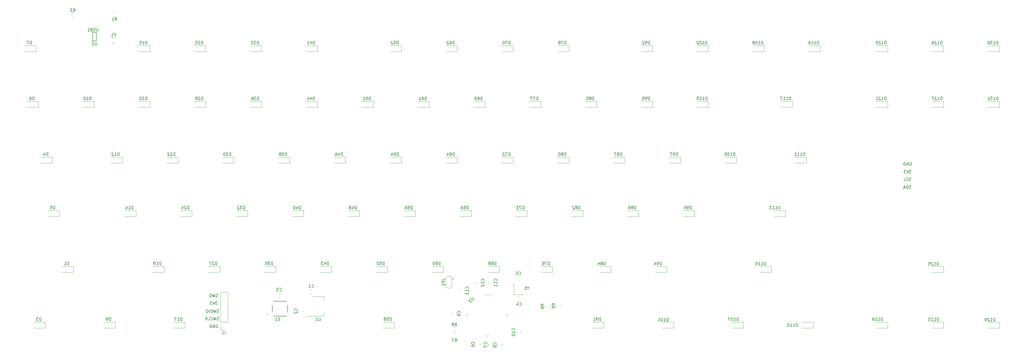
<source format=gbr>
%TF.GenerationSoftware,KiCad,Pcbnew,(6.0.7)*%
%TF.CreationDate,2022-09-01T16:07:51+12:00*%
%TF.ProjectId,custom_keyboard,63757374-6f6d-45f6-9b65-79626f617264,rev?*%
%TF.SameCoordinates,Original*%
%TF.FileFunction,Legend,Bot*%
%TF.FilePolarity,Positive*%
%FSLAX46Y46*%
G04 Gerber Fmt 4.6, Leading zero omitted, Abs format (unit mm)*
G04 Created by KiCad (PCBNEW (6.0.7)) date 2022-09-01 16:07:51*
%MOMM*%
%LPD*%
G01*
G04 APERTURE LIST*
%ADD10C,0.150000*%
%ADD11C,0.120000*%
%ADD12C,0.200000*%
%ADD13C,0.127000*%
G04 APERTURE END LIST*
D10*
X345866885Y-140612761D02*
X345724028Y-140660380D01*
X345485933Y-140660380D01*
X345390695Y-140612761D01*
X345343076Y-140565142D01*
X345295457Y-140469904D01*
X345295457Y-140374666D01*
X345343076Y-140279428D01*
X345390695Y-140231809D01*
X345485933Y-140184190D01*
X345676409Y-140136571D01*
X345771647Y-140088952D01*
X345819266Y-140041333D01*
X345866885Y-139946095D01*
X345866885Y-139850857D01*
X345819266Y-139755619D01*
X345771647Y-139708000D01*
X345676409Y-139660380D01*
X345438314Y-139660380D01*
X345295457Y-139708000D01*
X344866885Y-140660380D02*
X344866885Y-139660380D01*
X344628790Y-139660380D01*
X344485933Y-139708000D01*
X344390695Y-139803238D01*
X344343076Y-139898476D01*
X344295457Y-140088952D01*
X344295457Y-140231809D01*
X344343076Y-140422285D01*
X344390695Y-140517523D01*
X344485933Y-140612761D01*
X344628790Y-140660380D01*
X344866885Y-140660380D01*
X343914504Y-140374666D02*
X343438314Y-140374666D01*
X344009742Y-140660380D02*
X343676409Y-139660380D01*
X343343076Y-140660380D01*
X345893876Y-137945761D02*
X345751019Y-137993380D01*
X345512923Y-137993380D01*
X345417685Y-137945761D01*
X345370066Y-137898142D01*
X345322447Y-137802904D01*
X345322447Y-137707666D01*
X345370066Y-137612428D01*
X345417685Y-137564809D01*
X345512923Y-137517190D01*
X345703400Y-137469571D01*
X345798638Y-137421952D01*
X345846257Y-137374333D01*
X345893876Y-137279095D01*
X345893876Y-137183857D01*
X345846257Y-137088619D01*
X345798638Y-137041000D01*
X345703400Y-136993380D01*
X345465304Y-136993380D01*
X345322447Y-137041000D01*
X344322447Y-137898142D02*
X344370066Y-137945761D01*
X344512923Y-137993380D01*
X344608161Y-137993380D01*
X344751019Y-137945761D01*
X344846257Y-137850523D01*
X344893876Y-137755285D01*
X344941495Y-137564809D01*
X344941495Y-137421952D01*
X344893876Y-137231476D01*
X344846257Y-137136238D01*
X344751019Y-137041000D01*
X344608161Y-136993380D01*
X344512923Y-136993380D01*
X344370066Y-137041000D01*
X344322447Y-137088619D01*
X343417685Y-137993380D02*
X343893876Y-137993380D01*
X343893876Y-136993380D01*
X345992295Y-134427980D02*
X345373247Y-134427980D01*
X345706580Y-134808933D01*
X345563723Y-134808933D01*
X345468485Y-134856552D01*
X345420866Y-134904171D01*
X345373247Y-134999409D01*
X345373247Y-135237504D01*
X345420866Y-135332742D01*
X345468485Y-135380361D01*
X345563723Y-135427980D01*
X345849438Y-135427980D01*
X345944676Y-135380361D01*
X345992295Y-135332742D01*
X345087533Y-134427980D02*
X344754200Y-135427980D01*
X344420866Y-134427980D01*
X344182771Y-134427980D02*
X343563723Y-134427980D01*
X343897057Y-134808933D01*
X343754200Y-134808933D01*
X343658961Y-134856552D01*
X343611342Y-134904171D01*
X343563723Y-134999409D01*
X343563723Y-135237504D01*
X343611342Y-135332742D01*
X343658961Y-135380361D01*
X343754200Y-135427980D01*
X344039914Y-135427980D01*
X344135152Y-135380361D01*
X344182771Y-135332742D01*
X345541504Y-131808600D02*
X345636742Y-131760980D01*
X345779600Y-131760980D01*
X345922457Y-131808600D01*
X346017695Y-131903838D01*
X346065314Y-131999076D01*
X346112933Y-132189552D01*
X346112933Y-132332409D01*
X346065314Y-132522885D01*
X346017695Y-132618123D01*
X345922457Y-132713361D01*
X345779600Y-132760980D01*
X345684361Y-132760980D01*
X345541504Y-132713361D01*
X345493885Y-132665742D01*
X345493885Y-132332409D01*
X345684361Y-132332409D01*
X345065314Y-132760980D02*
X345065314Y-131760980D01*
X344493885Y-132760980D01*
X344493885Y-131760980D01*
X344017695Y-132760980D02*
X344017695Y-131760980D01*
X343779600Y-131760980D01*
X343636742Y-131808600D01*
X343541504Y-131903838D01*
X343493885Y-131999076D01*
X343446266Y-132189552D01*
X343446266Y-132332409D01*
X343493885Y-132522885D01*
X343541504Y-132618123D01*
X343636742Y-132713361D01*
X343779600Y-132760980D01*
X344017695Y-132760980D01*
X108889704Y-187307600D02*
X108984942Y-187259980D01*
X109127800Y-187259980D01*
X109270657Y-187307600D01*
X109365895Y-187402838D01*
X109413514Y-187498076D01*
X109461133Y-187688552D01*
X109461133Y-187831409D01*
X109413514Y-188021885D01*
X109365895Y-188117123D01*
X109270657Y-188212361D01*
X109127800Y-188259980D01*
X109032561Y-188259980D01*
X108889704Y-188212361D01*
X108842085Y-188164742D01*
X108842085Y-187831409D01*
X109032561Y-187831409D01*
X108413514Y-188259980D02*
X108413514Y-187259980D01*
X107842085Y-188259980D01*
X107842085Y-187259980D01*
X107365895Y-188259980D02*
X107365895Y-187259980D01*
X107127800Y-187259980D01*
X106984942Y-187307600D01*
X106889704Y-187402838D01*
X106842085Y-187498076D01*
X106794466Y-187688552D01*
X106794466Y-187831409D01*
X106842085Y-188021885D01*
X106889704Y-188117123D01*
X106984942Y-188212361D01*
X107127800Y-188259980D01*
X107365895Y-188259980D01*
X109754704Y-185570761D02*
X109611847Y-185618380D01*
X109373752Y-185618380D01*
X109278514Y-185570761D01*
X109230895Y-185523142D01*
X109183276Y-185427904D01*
X109183276Y-185332666D01*
X109230895Y-185237428D01*
X109278514Y-185189809D01*
X109373752Y-185142190D01*
X109564228Y-185094571D01*
X109659466Y-185046952D01*
X109707085Y-184999333D01*
X109754704Y-184904095D01*
X109754704Y-184808857D01*
X109707085Y-184713619D01*
X109659466Y-184666000D01*
X109564228Y-184618380D01*
X109326133Y-184618380D01*
X109183276Y-184666000D01*
X108849942Y-184618380D02*
X108611847Y-185618380D01*
X108421371Y-184904095D01*
X108230895Y-185618380D01*
X107992800Y-184618380D01*
X107040419Y-185523142D02*
X107088038Y-185570761D01*
X107230895Y-185618380D01*
X107326133Y-185618380D01*
X107468990Y-185570761D01*
X107564228Y-185475523D01*
X107611847Y-185380285D01*
X107659466Y-185189809D01*
X107659466Y-185046952D01*
X107611847Y-184856476D01*
X107564228Y-184761238D01*
X107468990Y-184666000D01*
X107326133Y-184618380D01*
X107230895Y-184618380D01*
X107088038Y-184666000D01*
X107040419Y-184713619D01*
X106135657Y-185618380D02*
X106611847Y-185618380D01*
X106611847Y-184618380D01*
X105802323Y-185618380D02*
X105802323Y-184618380D01*
X105230895Y-185618380D02*
X105659466Y-185046952D01*
X105230895Y-184618380D02*
X105802323Y-185189809D01*
X109738847Y-183030761D02*
X109595990Y-183078380D01*
X109357895Y-183078380D01*
X109262657Y-183030761D01*
X109215038Y-182983142D01*
X109167419Y-182887904D01*
X109167419Y-182792666D01*
X109215038Y-182697428D01*
X109262657Y-182649809D01*
X109357895Y-182602190D01*
X109548371Y-182554571D01*
X109643609Y-182506952D01*
X109691228Y-182459333D01*
X109738847Y-182364095D01*
X109738847Y-182268857D01*
X109691228Y-182173619D01*
X109643609Y-182126000D01*
X109548371Y-182078380D01*
X109310276Y-182078380D01*
X109167419Y-182126000D01*
X108834085Y-182078380D02*
X108595990Y-183078380D01*
X108405514Y-182364095D01*
X108215038Y-183078380D01*
X107976942Y-182078380D01*
X107595990Y-183078380D02*
X107595990Y-182078380D01*
X107357895Y-182078380D01*
X107215038Y-182126000D01*
X107119800Y-182221238D01*
X107072180Y-182316476D01*
X107024561Y-182506952D01*
X107024561Y-182649809D01*
X107072180Y-182840285D01*
X107119800Y-182935523D01*
X107215038Y-183030761D01*
X107357895Y-183078380D01*
X107595990Y-183078380D01*
X106595990Y-183078380D02*
X106595990Y-182078380D01*
X105929323Y-182078380D02*
X105738847Y-182078380D01*
X105643609Y-182126000D01*
X105548371Y-182221238D01*
X105500752Y-182411714D01*
X105500752Y-182745047D01*
X105548371Y-182935523D01*
X105643609Y-183030761D01*
X105738847Y-183078380D01*
X105929323Y-183078380D01*
X106024561Y-183030761D01*
X106119800Y-182935523D01*
X106167419Y-182745047D01*
X106167419Y-182411714D01*
X106119800Y-182221238D01*
X106024561Y-182126000D01*
X105929323Y-182078380D01*
X109340495Y-179309780D02*
X108721447Y-179309780D01*
X109054780Y-179690733D01*
X108911923Y-179690733D01*
X108816685Y-179738352D01*
X108769066Y-179785971D01*
X108721447Y-179881209D01*
X108721447Y-180119304D01*
X108769066Y-180214542D01*
X108816685Y-180262161D01*
X108911923Y-180309780D01*
X109197638Y-180309780D01*
X109292876Y-180262161D01*
X109340495Y-180214542D01*
X108435733Y-179309780D02*
X108102400Y-180309780D01*
X107769066Y-179309780D01*
X107530971Y-179309780D02*
X106911923Y-179309780D01*
X107245257Y-179690733D01*
X107102400Y-179690733D01*
X107007161Y-179738352D01*
X106959542Y-179785971D01*
X106911923Y-179881209D01*
X106911923Y-180119304D01*
X106959542Y-180214542D01*
X107007161Y-180262161D01*
X107102400Y-180309780D01*
X107388114Y-180309780D01*
X107483352Y-180262161D01*
X107530971Y-180214542D01*
X109483352Y-177696761D02*
X109340495Y-177744380D01*
X109102400Y-177744380D01*
X109007161Y-177696761D01*
X108959542Y-177649142D01*
X108911923Y-177553904D01*
X108911923Y-177458666D01*
X108959542Y-177363428D01*
X109007161Y-177315809D01*
X109102400Y-177268190D01*
X109292876Y-177220571D01*
X109388114Y-177172952D01*
X109435733Y-177125333D01*
X109483352Y-177030095D01*
X109483352Y-176934857D01*
X109435733Y-176839619D01*
X109388114Y-176792000D01*
X109292876Y-176744380D01*
X109054780Y-176744380D01*
X108911923Y-176792000D01*
X108578590Y-176744380D02*
X108340495Y-177744380D01*
X108150019Y-177030095D01*
X107959542Y-177744380D01*
X107721447Y-176744380D01*
X107150019Y-176744380D02*
X106959542Y-176744380D01*
X106864304Y-176792000D01*
X106769066Y-176887238D01*
X106721447Y-177077714D01*
X106721447Y-177411047D01*
X106769066Y-177601523D01*
X106864304Y-177696761D01*
X106959542Y-177744380D01*
X107150019Y-177744380D01*
X107245257Y-177696761D01*
X107340495Y-177601523D01*
X107388114Y-177411047D01*
X107388114Y-177077714D01*
X107340495Y-176887238D01*
X107245257Y-176792000D01*
X107150019Y-176744380D01*
%TO.C,U1*%
X144564404Y-184849880D02*
X144564404Y-185659404D01*
X144516785Y-185754642D01*
X144469166Y-185802261D01*
X144373928Y-185849880D01*
X144183452Y-185849880D01*
X144088214Y-185802261D01*
X144040595Y-185754642D01*
X143992976Y-185659404D01*
X143992976Y-184849880D01*
X142992976Y-185849880D02*
X143564404Y-185849880D01*
X143278690Y-185849880D02*
X143278690Y-184849880D01*
X143373928Y-184992738D01*
X143469166Y-185087976D01*
X143564404Y-185135595D01*
%TO.C,U3*%
X196185093Y-177819776D02*
X196757513Y-178392196D01*
X196791185Y-178493211D01*
X196791185Y-178560555D01*
X196757513Y-178661570D01*
X196622826Y-178796257D01*
X196521811Y-178829929D01*
X196454467Y-178829929D01*
X196353452Y-178796257D01*
X195781032Y-178223837D01*
X195511658Y-178493211D02*
X195073926Y-178930944D01*
X195579002Y-178964616D01*
X195477987Y-179065631D01*
X195444315Y-179166646D01*
X195444315Y-179233990D01*
X195477987Y-179335005D01*
X195646345Y-179503364D01*
X195747361Y-179537036D01*
X195814704Y-179537036D01*
X195915719Y-179503364D01*
X196117750Y-179301333D01*
X196151422Y-179200318D01*
X196151422Y-179132975D01*
%TO.C,C1*%
X141466866Y-174448742D02*
X141514485Y-174496361D01*
X141657342Y-174543980D01*
X141752580Y-174543980D01*
X141895438Y-174496361D01*
X141990676Y-174401123D01*
X142038295Y-174305885D01*
X142085914Y-174115409D01*
X142085914Y-173972552D01*
X142038295Y-173782076D01*
X141990676Y-173686838D01*
X141895438Y-173591600D01*
X141752580Y-173543980D01*
X141657342Y-173543980D01*
X141514485Y-173591600D01*
X141466866Y-173639219D01*
X140514485Y-174543980D02*
X141085914Y-174543980D01*
X140800200Y-174543980D02*
X140800200Y-173543980D01*
X140895438Y-173686838D01*
X140990676Y-173782076D01*
X141085914Y-173829695D01*
%TO.C,C2*%
X136472142Y-182398333D02*
X136519761Y-182350714D01*
X136567380Y-182207857D01*
X136567380Y-182112619D01*
X136519761Y-181969761D01*
X136424523Y-181874523D01*
X136329285Y-181826904D01*
X136138809Y-181779285D01*
X135995952Y-181779285D01*
X135805476Y-181826904D01*
X135710238Y-181874523D01*
X135615000Y-181969761D01*
X135567380Y-182112619D01*
X135567380Y-182207857D01*
X135615000Y-182350714D01*
X135662619Y-182398333D01*
X135662619Y-182779285D02*
X135615000Y-182826904D01*
X135567380Y-182922142D01*
X135567380Y-183160238D01*
X135615000Y-183255476D01*
X135662619Y-183303095D01*
X135757857Y-183350714D01*
X135853095Y-183350714D01*
X135995952Y-183303095D01*
X136567380Y-182731666D01*
X136567380Y-183350714D01*
%TO.C,C3*%
X130544866Y-175617142D02*
X130592485Y-175664761D01*
X130735342Y-175712380D01*
X130830580Y-175712380D01*
X130973438Y-175664761D01*
X131068676Y-175569523D01*
X131116295Y-175474285D01*
X131163914Y-175283809D01*
X131163914Y-175140952D01*
X131116295Y-174950476D01*
X131068676Y-174855238D01*
X130973438Y-174760000D01*
X130830580Y-174712380D01*
X130735342Y-174712380D01*
X130592485Y-174760000D01*
X130544866Y-174807619D01*
X130211533Y-174712380D02*
X129592485Y-174712380D01*
X129925819Y-175093333D01*
X129782961Y-175093333D01*
X129687723Y-175140952D01*
X129640104Y-175188571D01*
X129592485Y-175283809D01*
X129592485Y-175521904D01*
X129640104Y-175617142D01*
X129687723Y-175664761D01*
X129782961Y-175712380D01*
X130068676Y-175712380D01*
X130163914Y-175664761D01*
X130211533Y-175617142D01*
%TO.C,C4*%
X212409066Y-180570142D02*
X212456685Y-180617761D01*
X212599542Y-180665380D01*
X212694780Y-180665380D01*
X212837638Y-180617761D01*
X212932876Y-180522523D01*
X212980495Y-180427285D01*
X213028114Y-180236809D01*
X213028114Y-180093952D01*
X212980495Y-179903476D01*
X212932876Y-179808238D01*
X212837638Y-179713000D01*
X212694780Y-179665380D01*
X212599542Y-179665380D01*
X212456685Y-179713000D01*
X212409066Y-179760619D01*
X211551923Y-179998714D02*
X211551923Y-180665380D01*
X211790019Y-179617761D02*
X212028114Y-180332047D01*
X211409066Y-180332047D01*
%TO.C,C5*%
X212231266Y-170054542D02*
X212278885Y-170102161D01*
X212421742Y-170149780D01*
X212516980Y-170149780D01*
X212659838Y-170102161D01*
X212755076Y-170006923D01*
X212802695Y-169911685D01*
X212850314Y-169721209D01*
X212850314Y-169578352D01*
X212802695Y-169387876D01*
X212755076Y-169292638D01*
X212659838Y-169197400D01*
X212516980Y-169149780D01*
X212421742Y-169149780D01*
X212278885Y-169197400D01*
X212231266Y-169245019D01*
X211326504Y-169149780D02*
X211802695Y-169149780D01*
X211850314Y-169625971D01*
X211802695Y-169578352D01*
X211707457Y-169530733D01*
X211469361Y-169530733D01*
X211374123Y-169578352D01*
X211326504Y-169625971D01*
X211278885Y-169721209D01*
X211278885Y-169959304D01*
X211326504Y-170054542D01*
X211374123Y-170102161D01*
X211469361Y-170149780D01*
X211707457Y-170149780D01*
X211802695Y-170102161D01*
X211850314Y-170054542D01*
%TO.C,C6*%
X196924142Y-193762333D02*
X196971761Y-193714714D01*
X197019380Y-193571857D01*
X197019380Y-193476619D01*
X196971761Y-193333761D01*
X196876523Y-193238523D01*
X196781285Y-193190904D01*
X196590809Y-193143285D01*
X196447952Y-193143285D01*
X196257476Y-193190904D01*
X196162238Y-193238523D01*
X196067000Y-193333761D01*
X196019380Y-193476619D01*
X196019380Y-193571857D01*
X196067000Y-193714714D01*
X196114619Y-193762333D01*
X196019380Y-194619476D02*
X196019380Y-194429000D01*
X196067000Y-194333761D01*
X196114619Y-194286142D01*
X196257476Y-194190904D01*
X196447952Y-194143285D01*
X196828904Y-194143285D01*
X196924142Y-194190904D01*
X196971761Y-194238523D01*
X197019380Y-194333761D01*
X197019380Y-194524238D01*
X196971761Y-194619476D01*
X196924142Y-194667095D01*
X196828904Y-194714714D01*
X196590809Y-194714714D01*
X196495571Y-194667095D01*
X196447952Y-194619476D01*
X196400333Y-194524238D01*
X196400333Y-194333761D01*
X196447952Y-194238523D01*
X196495571Y-194190904D01*
X196590809Y-194143285D01*
%TO.C,C7*%
X201242142Y-193950333D02*
X201289761Y-193902714D01*
X201337380Y-193759857D01*
X201337380Y-193664619D01*
X201289761Y-193521761D01*
X201194523Y-193426523D01*
X201099285Y-193378904D01*
X200908809Y-193331285D01*
X200765952Y-193331285D01*
X200575476Y-193378904D01*
X200480238Y-193426523D01*
X200385000Y-193521761D01*
X200337380Y-193664619D01*
X200337380Y-193759857D01*
X200385000Y-193902714D01*
X200432619Y-193950333D01*
X200337380Y-194283666D02*
X200337380Y-194950333D01*
X201337380Y-194521761D01*
%TO.C,C8*%
X204379042Y-193988433D02*
X204426661Y-193940814D01*
X204474280Y-193797957D01*
X204474280Y-193702719D01*
X204426661Y-193559861D01*
X204331423Y-193464623D01*
X204236185Y-193417004D01*
X204045709Y-193369385D01*
X203902852Y-193369385D01*
X203712376Y-193417004D01*
X203617138Y-193464623D01*
X203521900Y-193559861D01*
X203474280Y-193702719D01*
X203474280Y-193797957D01*
X203521900Y-193940814D01*
X203569519Y-193988433D01*
X203902852Y-194559861D02*
X203855233Y-194464623D01*
X203807614Y-194417004D01*
X203712376Y-194369385D01*
X203664757Y-194369385D01*
X203569519Y-194417004D01*
X203521900Y-194464623D01*
X203474280Y-194559861D01*
X203474280Y-194750338D01*
X203521900Y-194845576D01*
X203569519Y-194893195D01*
X203664757Y-194940814D01*
X203712376Y-194940814D01*
X203807614Y-194893195D01*
X203855233Y-194845576D01*
X203902852Y-194750338D01*
X203902852Y-194559861D01*
X203950471Y-194464623D01*
X203998090Y-194417004D01*
X204093328Y-194369385D01*
X204283804Y-194369385D01*
X204379042Y-194417004D01*
X204426661Y-194464623D01*
X204474280Y-194559861D01*
X204474280Y-194750338D01*
X204426661Y-194845576D01*
X204379042Y-194893195D01*
X204283804Y-194940814D01*
X204093328Y-194940814D01*
X203998090Y-194893195D01*
X203950471Y-194845576D01*
X203902852Y-194750338D01*
%TO.C,C9*%
X192127303Y-183242673D02*
X192174922Y-183195054D01*
X192222541Y-183052197D01*
X192222541Y-182956959D01*
X192174922Y-182814101D01*
X192079684Y-182718863D01*
X191984446Y-182671244D01*
X191793970Y-182623625D01*
X191651113Y-182623625D01*
X191460637Y-182671244D01*
X191365399Y-182718863D01*
X191270161Y-182814101D01*
X191222541Y-182956959D01*
X191222541Y-183052197D01*
X191270161Y-183195054D01*
X191317780Y-183242673D01*
X192222541Y-183718863D02*
X192222541Y-183909340D01*
X192174922Y-184004578D01*
X192127303Y-184052197D01*
X191984446Y-184147435D01*
X191793970Y-184195054D01*
X191413018Y-184195054D01*
X191317780Y-184147435D01*
X191270161Y-184099816D01*
X191222541Y-184004578D01*
X191222541Y-183814101D01*
X191270161Y-183718863D01*
X191317780Y-183671244D01*
X191413018Y-183623625D01*
X191651113Y-183623625D01*
X191746351Y-183671244D01*
X191793970Y-183718863D01*
X191841589Y-183814101D01*
X191841589Y-184004578D01*
X191793970Y-184099816D01*
X191746351Y-184147435D01*
X191651113Y-184195054D01*
%TO.C,C10*%
X210741742Y-189145942D02*
X210789361Y-189098323D01*
X210836980Y-188955466D01*
X210836980Y-188860228D01*
X210789361Y-188717371D01*
X210694123Y-188622133D01*
X210598885Y-188574514D01*
X210408409Y-188526895D01*
X210265552Y-188526895D01*
X210075076Y-188574514D01*
X209979838Y-188622133D01*
X209884600Y-188717371D01*
X209836980Y-188860228D01*
X209836980Y-188955466D01*
X209884600Y-189098323D01*
X209932219Y-189145942D01*
X210836980Y-190098323D02*
X210836980Y-189526895D01*
X210836980Y-189812609D02*
X209836980Y-189812609D01*
X209979838Y-189717371D01*
X210075076Y-189622133D01*
X210122695Y-189526895D01*
X209836980Y-190717371D02*
X209836980Y-190812609D01*
X209884600Y-190907847D01*
X209932219Y-190955466D01*
X210027457Y-191003085D01*
X210217933Y-191050704D01*
X210456028Y-191050704D01*
X210646504Y-191003085D01*
X210741742Y-190955466D01*
X210789361Y-190907847D01*
X210836980Y-190812609D01*
X210836980Y-190717371D01*
X210789361Y-190622133D01*
X210741742Y-190574514D01*
X210646504Y-190526895D01*
X210456028Y-190479276D01*
X210217933Y-190479276D01*
X210027457Y-190526895D01*
X209932219Y-190574514D01*
X209884600Y-190622133D01*
X209836980Y-190717371D01*
%TO.C,C11*%
X204640242Y-172232042D02*
X204687861Y-172184423D01*
X204735480Y-172041566D01*
X204735480Y-171946328D01*
X204687861Y-171803471D01*
X204592623Y-171708233D01*
X204497385Y-171660614D01*
X204306909Y-171612995D01*
X204164052Y-171612995D01*
X203973576Y-171660614D01*
X203878338Y-171708233D01*
X203783100Y-171803471D01*
X203735480Y-171946328D01*
X203735480Y-172041566D01*
X203783100Y-172184423D01*
X203830719Y-172232042D01*
X204735480Y-173184423D02*
X204735480Y-172612995D01*
X204735480Y-172898709D02*
X203735480Y-172898709D01*
X203878338Y-172803471D01*
X203973576Y-172708233D01*
X204021195Y-172612995D01*
X204735480Y-174136804D02*
X204735480Y-173565376D01*
X204735480Y-173851090D02*
X203735480Y-173851090D01*
X203878338Y-173755852D01*
X203973576Y-173660614D01*
X204021195Y-173565376D01*
%TO.C,C12*%
X200255303Y-172220482D02*
X200302922Y-172172863D01*
X200350541Y-172030006D01*
X200350541Y-171934768D01*
X200302922Y-171791911D01*
X200207684Y-171696673D01*
X200112446Y-171649054D01*
X199921970Y-171601435D01*
X199779113Y-171601435D01*
X199588637Y-171649054D01*
X199493399Y-171696673D01*
X199398161Y-171791911D01*
X199350541Y-171934768D01*
X199350541Y-172030006D01*
X199398161Y-172172863D01*
X199445780Y-172220482D01*
X200350541Y-173172863D02*
X200350541Y-172601435D01*
X200350541Y-172887149D02*
X199350541Y-172887149D01*
X199493399Y-172791911D01*
X199588637Y-172696673D01*
X199636256Y-172601435D01*
X199445780Y-173553816D02*
X199398161Y-173601435D01*
X199350541Y-173696673D01*
X199350541Y-173934768D01*
X199398161Y-174030006D01*
X199445780Y-174077625D01*
X199541018Y-174125244D01*
X199636256Y-174125244D01*
X199779113Y-174077625D01*
X200350541Y-173506197D01*
X200350541Y-174125244D01*
%TO.C,C13*%
X194921303Y-174892482D02*
X194968922Y-174844863D01*
X195016541Y-174702006D01*
X195016541Y-174606768D01*
X194968922Y-174463911D01*
X194873684Y-174368673D01*
X194778446Y-174321054D01*
X194587970Y-174273435D01*
X194445113Y-174273435D01*
X194254637Y-174321054D01*
X194159399Y-174368673D01*
X194064161Y-174463911D01*
X194016541Y-174606768D01*
X194016541Y-174702006D01*
X194064161Y-174844863D01*
X194111780Y-174892482D01*
X195016541Y-175844863D02*
X195016541Y-175273435D01*
X195016541Y-175559149D02*
X194016541Y-175559149D01*
X194159399Y-175463911D01*
X194254637Y-175368673D01*
X194302256Y-175273435D01*
X194016541Y-176178197D02*
X194016541Y-176797244D01*
X194397494Y-176463911D01*
X194397494Y-176606768D01*
X194445113Y-176702006D01*
X194492732Y-176749625D01*
X194587970Y-176797244D01*
X194826065Y-176797244D01*
X194921303Y-176749625D01*
X194968922Y-176702006D01*
X195016541Y-176606768D01*
X195016541Y-176321054D01*
X194968922Y-176225816D01*
X194921303Y-176178197D01*
%TO.C,D1*%
X58681845Y-166727380D02*
X58681845Y-165727380D01*
X58443750Y-165727380D01*
X58300892Y-165775000D01*
X58205654Y-165870238D01*
X58158035Y-165965476D01*
X58110416Y-166155952D01*
X58110416Y-166298809D01*
X58158035Y-166489285D01*
X58205654Y-166584523D01*
X58300892Y-166679761D01*
X58443750Y-166727380D01*
X58681845Y-166727380D01*
X57158035Y-166727380D02*
X57729464Y-166727380D01*
X57443750Y-166727380D02*
X57443750Y-165727380D01*
X57538988Y-165870238D01*
X57634226Y-165965476D01*
X57729464Y-166013095D01*
%TO.C,D3*%
X49156845Y-185777380D02*
X49156845Y-184777380D01*
X48918750Y-184777380D01*
X48775892Y-184825000D01*
X48680654Y-184920238D01*
X48633035Y-185015476D01*
X48585416Y-185205952D01*
X48585416Y-185348809D01*
X48633035Y-185539285D01*
X48680654Y-185634523D01*
X48775892Y-185729761D01*
X48918750Y-185777380D01*
X49156845Y-185777380D01*
X48252083Y-184777380D02*
X47633035Y-184777380D01*
X47966369Y-185158333D01*
X47823511Y-185158333D01*
X47728273Y-185205952D01*
X47680654Y-185253571D01*
X47633035Y-185348809D01*
X47633035Y-185586904D01*
X47680654Y-185682142D01*
X47728273Y-185729761D01*
X47823511Y-185777380D01*
X48109226Y-185777380D01*
X48204464Y-185729761D01*
X48252083Y-185682142D01*
%TO.C,D4*%
X51538095Y-129421130D02*
X51538095Y-128421130D01*
X51300000Y-128421130D01*
X51157142Y-128468750D01*
X51061904Y-128563988D01*
X51014285Y-128659226D01*
X50966666Y-128849702D01*
X50966666Y-128992559D01*
X51014285Y-129183035D01*
X51061904Y-129278273D01*
X51157142Y-129373511D01*
X51300000Y-129421130D01*
X51538095Y-129421130D01*
X50109523Y-128754464D02*
X50109523Y-129421130D01*
X50347619Y-128373511D02*
X50585714Y-129087797D01*
X49966666Y-129087797D01*
%TO.C,D5*%
X53919345Y-147677380D02*
X53919345Y-146677380D01*
X53681250Y-146677380D01*
X53538392Y-146725000D01*
X53443154Y-146820238D01*
X53395535Y-146915476D01*
X53347916Y-147105952D01*
X53347916Y-147248809D01*
X53395535Y-147439285D01*
X53443154Y-147534523D01*
X53538392Y-147629761D01*
X53681250Y-147677380D01*
X53919345Y-147677380D01*
X52443154Y-146677380D02*
X52919345Y-146677380D01*
X52966964Y-147153571D01*
X52919345Y-147105952D01*
X52824107Y-147058333D01*
X52586011Y-147058333D01*
X52490773Y-147105952D01*
X52443154Y-147153571D01*
X52395535Y-147248809D01*
X52395535Y-147486904D01*
X52443154Y-147582142D01*
X52490773Y-147629761D01*
X52586011Y-147677380D01*
X52824107Y-147677380D01*
X52919345Y-147629761D01*
X52966964Y-147582142D01*
%TO.C,D6*%
X46775595Y-110371130D02*
X46775595Y-109371130D01*
X46537500Y-109371130D01*
X46394642Y-109418750D01*
X46299404Y-109513988D01*
X46251785Y-109609226D01*
X46204166Y-109799702D01*
X46204166Y-109942559D01*
X46251785Y-110133035D01*
X46299404Y-110228273D01*
X46394642Y-110323511D01*
X46537500Y-110371130D01*
X46775595Y-110371130D01*
X45347023Y-109371130D02*
X45537500Y-109371130D01*
X45632738Y-109418750D01*
X45680357Y-109466369D01*
X45775595Y-109609226D01*
X45823214Y-109799702D01*
X45823214Y-110180654D01*
X45775595Y-110275892D01*
X45727976Y-110323511D01*
X45632738Y-110371130D01*
X45442261Y-110371130D01*
X45347023Y-110323511D01*
X45299404Y-110275892D01*
X45251785Y-110180654D01*
X45251785Y-109942559D01*
X45299404Y-109847321D01*
X45347023Y-109799702D01*
X45442261Y-109752083D01*
X45632738Y-109752083D01*
X45727976Y-109799702D01*
X45775595Y-109847321D01*
X45823214Y-109942559D01*
%TO.C,D7*%
X45981845Y-91321130D02*
X45981845Y-90321130D01*
X45743750Y-90321130D01*
X45600892Y-90368750D01*
X45505654Y-90463988D01*
X45458035Y-90559226D01*
X45410416Y-90749702D01*
X45410416Y-90892559D01*
X45458035Y-91083035D01*
X45505654Y-91178273D01*
X45600892Y-91273511D01*
X45743750Y-91321130D01*
X45981845Y-91321130D01*
X45077083Y-90321130D02*
X44410416Y-90321130D01*
X44838988Y-91321130D01*
%TO.C,D9*%
X72969345Y-185777380D02*
X72969345Y-184777380D01*
X72731250Y-184777380D01*
X72588392Y-184825000D01*
X72493154Y-184920238D01*
X72445535Y-185015476D01*
X72397916Y-185205952D01*
X72397916Y-185348809D01*
X72445535Y-185539285D01*
X72493154Y-185634523D01*
X72588392Y-185729761D01*
X72731250Y-185777380D01*
X72969345Y-185777380D01*
X71921726Y-185777380D02*
X71731250Y-185777380D01*
X71636011Y-185729761D01*
X71588392Y-185682142D01*
X71493154Y-185539285D01*
X71445535Y-185348809D01*
X71445535Y-184967857D01*
X71493154Y-184872619D01*
X71540773Y-184825000D01*
X71636011Y-184777380D01*
X71826488Y-184777380D01*
X71921726Y-184825000D01*
X71969345Y-184872619D01*
X72016964Y-184967857D01*
X72016964Y-185205952D01*
X71969345Y-185301190D01*
X71921726Y-185348809D01*
X71826488Y-185396428D01*
X71636011Y-185396428D01*
X71540773Y-185348809D01*
X71493154Y-185301190D01*
X71445535Y-185205952D01*
%TO.C,D10*%
X66301785Y-110371130D02*
X66301785Y-109371130D01*
X66063690Y-109371130D01*
X65920833Y-109418750D01*
X65825595Y-109513988D01*
X65777976Y-109609226D01*
X65730357Y-109799702D01*
X65730357Y-109942559D01*
X65777976Y-110133035D01*
X65825595Y-110228273D01*
X65920833Y-110323511D01*
X66063690Y-110371130D01*
X66301785Y-110371130D01*
X64777976Y-110371130D02*
X65349404Y-110371130D01*
X65063690Y-110371130D02*
X65063690Y-109371130D01*
X65158928Y-109513988D01*
X65254166Y-109609226D01*
X65349404Y-109656845D01*
X64158928Y-109371130D02*
X64063690Y-109371130D01*
X63968452Y-109418750D01*
X63920833Y-109466369D01*
X63873214Y-109561607D01*
X63825595Y-109752083D01*
X63825595Y-109990178D01*
X63873214Y-110180654D01*
X63920833Y-110275892D01*
X63968452Y-110323511D01*
X64063690Y-110371130D01*
X64158928Y-110371130D01*
X64254166Y-110323511D01*
X64301785Y-110275892D01*
X64349404Y-110180654D01*
X64397023Y-109990178D01*
X64397023Y-109752083D01*
X64349404Y-109561607D01*
X64301785Y-109466369D01*
X64254166Y-109418750D01*
X64158928Y-109371130D01*
%TO.C,D12*%
X75826785Y-129421130D02*
X75826785Y-128421130D01*
X75588690Y-128421130D01*
X75445833Y-128468750D01*
X75350595Y-128563988D01*
X75302976Y-128659226D01*
X75255357Y-128849702D01*
X75255357Y-128992559D01*
X75302976Y-129183035D01*
X75350595Y-129278273D01*
X75445833Y-129373511D01*
X75588690Y-129421130D01*
X75826785Y-129421130D01*
X74302976Y-129421130D02*
X74874404Y-129421130D01*
X74588690Y-129421130D02*
X74588690Y-128421130D01*
X74683928Y-128563988D01*
X74779166Y-128659226D01*
X74874404Y-128706845D01*
X73922023Y-128516369D02*
X73874404Y-128468750D01*
X73779166Y-128421130D01*
X73541071Y-128421130D01*
X73445833Y-128468750D01*
X73398214Y-128516369D01*
X73350595Y-128611607D01*
X73350595Y-128706845D01*
X73398214Y-128849702D01*
X73969642Y-129421130D01*
X73350595Y-129421130D01*
%TO.C,D14*%
X80589285Y-147677380D02*
X80589285Y-146677380D01*
X80351190Y-146677380D01*
X80208333Y-146725000D01*
X80113095Y-146820238D01*
X80065476Y-146915476D01*
X80017857Y-147105952D01*
X80017857Y-147248809D01*
X80065476Y-147439285D01*
X80113095Y-147534523D01*
X80208333Y-147629761D01*
X80351190Y-147677380D01*
X80589285Y-147677380D01*
X79065476Y-147677380D02*
X79636904Y-147677380D01*
X79351190Y-147677380D02*
X79351190Y-146677380D01*
X79446428Y-146820238D01*
X79541666Y-146915476D01*
X79636904Y-146963095D01*
X78208333Y-147010714D02*
X78208333Y-147677380D01*
X78446428Y-146629761D02*
X78684523Y-147344047D01*
X78065476Y-147344047D01*
%TO.C,D15*%
X85351785Y-91321130D02*
X85351785Y-90321130D01*
X85113690Y-90321130D01*
X84970833Y-90368750D01*
X84875595Y-90463988D01*
X84827976Y-90559226D01*
X84780357Y-90749702D01*
X84780357Y-90892559D01*
X84827976Y-91083035D01*
X84875595Y-91178273D01*
X84970833Y-91273511D01*
X85113690Y-91321130D01*
X85351785Y-91321130D01*
X83827976Y-91321130D02*
X84399404Y-91321130D01*
X84113690Y-91321130D02*
X84113690Y-90321130D01*
X84208928Y-90463988D01*
X84304166Y-90559226D01*
X84399404Y-90606845D01*
X82923214Y-90321130D02*
X83399404Y-90321130D01*
X83447023Y-90797321D01*
X83399404Y-90749702D01*
X83304166Y-90702083D01*
X83066071Y-90702083D01*
X82970833Y-90749702D01*
X82923214Y-90797321D01*
X82875595Y-90892559D01*
X82875595Y-91130654D01*
X82923214Y-91225892D01*
X82970833Y-91273511D01*
X83066071Y-91321130D01*
X83304166Y-91321130D01*
X83399404Y-91273511D01*
X83447023Y-91225892D01*
%TO.C,D17*%
X97258035Y-185777380D02*
X97258035Y-184777380D01*
X97019940Y-184777380D01*
X96877083Y-184825000D01*
X96781845Y-184920238D01*
X96734226Y-185015476D01*
X96686607Y-185205952D01*
X96686607Y-185348809D01*
X96734226Y-185539285D01*
X96781845Y-185634523D01*
X96877083Y-185729761D01*
X97019940Y-185777380D01*
X97258035Y-185777380D01*
X95734226Y-185777380D02*
X96305654Y-185777380D01*
X96019940Y-185777380D02*
X96019940Y-184777380D01*
X96115178Y-184920238D01*
X96210416Y-185015476D01*
X96305654Y-185063095D01*
X95400892Y-184777380D02*
X94734226Y-184777380D01*
X95162797Y-185777380D01*
%TO.C,D19*%
X90114285Y-166727380D02*
X90114285Y-165727380D01*
X89876190Y-165727380D01*
X89733333Y-165775000D01*
X89638095Y-165870238D01*
X89590476Y-165965476D01*
X89542857Y-166155952D01*
X89542857Y-166298809D01*
X89590476Y-166489285D01*
X89638095Y-166584523D01*
X89733333Y-166679761D01*
X89876190Y-166727380D01*
X90114285Y-166727380D01*
X88590476Y-166727380D02*
X89161904Y-166727380D01*
X88876190Y-166727380D02*
X88876190Y-165727380D01*
X88971428Y-165870238D01*
X89066666Y-165965476D01*
X89161904Y-166013095D01*
X88114285Y-166727380D02*
X87923809Y-166727380D01*
X87828571Y-166679761D01*
X87780952Y-166632142D01*
X87685714Y-166489285D01*
X87638095Y-166298809D01*
X87638095Y-165917857D01*
X87685714Y-165822619D01*
X87733333Y-165775000D01*
X87828571Y-165727380D01*
X88019047Y-165727380D01*
X88114285Y-165775000D01*
X88161904Y-165822619D01*
X88209523Y-165917857D01*
X88209523Y-166155952D01*
X88161904Y-166251190D01*
X88114285Y-166298809D01*
X88019047Y-166346428D01*
X87828571Y-166346428D01*
X87733333Y-166298809D01*
X87685714Y-166251190D01*
X87638095Y-166155952D01*
%TO.C,D20*%
X85351785Y-110371130D02*
X85351785Y-109371130D01*
X85113690Y-109371130D01*
X84970833Y-109418750D01*
X84875595Y-109513988D01*
X84827976Y-109609226D01*
X84780357Y-109799702D01*
X84780357Y-109942559D01*
X84827976Y-110133035D01*
X84875595Y-110228273D01*
X84970833Y-110323511D01*
X85113690Y-110371130D01*
X85351785Y-110371130D01*
X84399404Y-109466369D02*
X84351785Y-109418750D01*
X84256547Y-109371130D01*
X84018452Y-109371130D01*
X83923214Y-109418750D01*
X83875595Y-109466369D01*
X83827976Y-109561607D01*
X83827976Y-109656845D01*
X83875595Y-109799702D01*
X84447023Y-110371130D01*
X83827976Y-110371130D01*
X83208928Y-109371130D02*
X83113690Y-109371130D01*
X83018452Y-109418750D01*
X82970833Y-109466369D01*
X82923214Y-109561607D01*
X82875595Y-109752083D01*
X82875595Y-109990178D01*
X82923214Y-110180654D01*
X82970833Y-110275892D01*
X83018452Y-110323511D01*
X83113690Y-110371130D01*
X83208928Y-110371130D01*
X83304166Y-110323511D01*
X83351785Y-110275892D01*
X83399404Y-110180654D01*
X83447023Y-109990178D01*
X83447023Y-109752083D01*
X83399404Y-109561607D01*
X83351785Y-109466369D01*
X83304166Y-109418750D01*
X83208928Y-109371130D01*
%TO.C,D22*%
X94876785Y-129421130D02*
X94876785Y-128421130D01*
X94638690Y-128421130D01*
X94495833Y-128468750D01*
X94400595Y-128563988D01*
X94352976Y-128659226D01*
X94305357Y-128849702D01*
X94305357Y-128992559D01*
X94352976Y-129183035D01*
X94400595Y-129278273D01*
X94495833Y-129373511D01*
X94638690Y-129421130D01*
X94876785Y-129421130D01*
X93924404Y-128516369D02*
X93876785Y-128468750D01*
X93781547Y-128421130D01*
X93543452Y-128421130D01*
X93448214Y-128468750D01*
X93400595Y-128516369D01*
X93352976Y-128611607D01*
X93352976Y-128706845D01*
X93400595Y-128849702D01*
X93972023Y-129421130D01*
X93352976Y-129421130D01*
X92972023Y-128516369D02*
X92924404Y-128468750D01*
X92829166Y-128421130D01*
X92591071Y-128421130D01*
X92495833Y-128468750D01*
X92448214Y-128516369D01*
X92400595Y-128611607D01*
X92400595Y-128706845D01*
X92448214Y-128849702D01*
X93019642Y-129421130D01*
X92400595Y-129421130D01*
%TO.C,D24*%
X99639285Y-147677380D02*
X99639285Y-146677380D01*
X99401190Y-146677380D01*
X99258333Y-146725000D01*
X99163095Y-146820238D01*
X99115476Y-146915476D01*
X99067857Y-147105952D01*
X99067857Y-147248809D01*
X99115476Y-147439285D01*
X99163095Y-147534523D01*
X99258333Y-147629761D01*
X99401190Y-147677380D01*
X99639285Y-147677380D01*
X98686904Y-146772619D02*
X98639285Y-146725000D01*
X98544047Y-146677380D01*
X98305952Y-146677380D01*
X98210714Y-146725000D01*
X98163095Y-146772619D01*
X98115476Y-146867857D01*
X98115476Y-146963095D01*
X98163095Y-147105952D01*
X98734523Y-147677380D01*
X98115476Y-147677380D01*
X97258333Y-147010714D02*
X97258333Y-147677380D01*
X97496428Y-146629761D02*
X97734523Y-147344047D01*
X97115476Y-147344047D01*
%TO.C,D25*%
X104401785Y-91321130D02*
X104401785Y-90321130D01*
X104163690Y-90321130D01*
X104020833Y-90368750D01*
X103925595Y-90463988D01*
X103877976Y-90559226D01*
X103830357Y-90749702D01*
X103830357Y-90892559D01*
X103877976Y-91083035D01*
X103925595Y-91178273D01*
X104020833Y-91273511D01*
X104163690Y-91321130D01*
X104401785Y-91321130D01*
X103449404Y-90416369D02*
X103401785Y-90368750D01*
X103306547Y-90321130D01*
X103068452Y-90321130D01*
X102973214Y-90368750D01*
X102925595Y-90416369D01*
X102877976Y-90511607D01*
X102877976Y-90606845D01*
X102925595Y-90749702D01*
X103497023Y-91321130D01*
X102877976Y-91321130D01*
X101973214Y-90321130D02*
X102449404Y-90321130D01*
X102497023Y-90797321D01*
X102449404Y-90749702D01*
X102354166Y-90702083D01*
X102116071Y-90702083D01*
X102020833Y-90749702D01*
X101973214Y-90797321D01*
X101925595Y-90892559D01*
X101925595Y-91130654D01*
X101973214Y-91225892D01*
X102020833Y-91273511D01*
X102116071Y-91321130D01*
X102354166Y-91321130D01*
X102449404Y-91273511D01*
X102497023Y-91225892D01*
%TO.C,D27*%
X109164285Y-166727380D02*
X109164285Y-165727380D01*
X108926190Y-165727380D01*
X108783333Y-165775000D01*
X108688095Y-165870238D01*
X108640476Y-165965476D01*
X108592857Y-166155952D01*
X108592857Y-166298809D01*
X108640476Y-166489285D01*
X108688095Y-166584523D01*
X108783333Y-166679761D01*
X108926190Y-166727380D01*
X109164285Y-166727380D01*
X108211904Y-165822619D02*
X108164285Y-165775000D01*
X108069047Y-165727380D01*
X107830952Y-165727380D01*
X107735714Y-165775000D01*
X107688095Y-165822619D01*
X107640476Y-165917857D01*
X107640476Y-166013095D01*
X107688095Y-166155952D01*
X108259523Y-166727380D01*
X107640476Y-166727380D01*
X107307142Y-165727380D02*
X106640476Y-165727380D01*
X107069047Y-166727380D01*
%TO.C,D28*%
X104401785Y-110371130D02*
X104401785Y-109371130D01*
X104163690Y-109371130D01*
X104020833Y-109418750D01*
X103925595Y-109513988D01*
X103877976Y-109609226D01*
X103830357Y-109799702D01*
X103830357Y-109942559D01*
X103877976Y-110133035D01*
X103925595Y-110228273D01*
X104020833Y-110323511D01*
X104163690Y-110371130D01*
X104401785Y-110371130D01*
X103449404Y-109466369D02*
X103401785Y-109418750D01*
X103306547Y-109371130D01*
X103068452Y-109371130D01*
X102973214Y-109418750D01*
X102925595Y-109466369D01*
X102877976Y-109561607D01*
X102877976Y-109656845D01*
X102925595Y-109799702D01*
X103497023Y-110371130D01*
X102877976Y-110371130D01*
X102306547Y-109799702D02*
X102401785Y-109752083D01*
X102449404Y-109704464D01*
X102497023Y-109609226D01*
X102497023Y-109561607D01*
X102449404Y-109466369D01*
X102401785Y-109418750D01*
X102306547Y-109371130D01*
X102116071Y-109371130D01*
X102020833Y-109418750D01*
X101973214Y-109466369D01*
X101925595Y-109561607D01*
X101925595Y-109609226D01*
X101973214Y-109704464D01*
X102020833Y-109752083D01*
X102116071Y-109799702D01*
X102306547Y-109799702D01*
X102401785Y-109847321D01*
X102449404Y-109894940D01*
X102497023Y-109990178D01*
X102497023Y-110180654D01*
X102449404Y-110275892D01*
X102401785Y-110323511D01*
X102306547Y-110371130D01*
X102116071Y-110371130D01*
X102020833Y-110323511D01*
X101973214Y-110275892D01*
X101925595Y-110180654D01*
X101925595Y-109990178D01*
X101973214Y-109894940D01*
X102020833Y-109847321D01*
X102116071Y-109799702D01*
%TO.C,D30*%
X113926785Y-129421130D02*
X113926785Y-128421130D01*
X113688690Y-128421130D01*
X113545833Y-128468750D01*
X113450595Y-128563988D01*
X113402976Y-128659226D01*
X113355357Y-128849702D01*
X113355357Y-128992559D01*
X113402976Y-129183035D01*
X113450595Y-129278273D01*
X113545833Y-129373511D01*
X113688690Y-129421130D01*
X113926785Y-129421130D01*
X113022023Y-128421130D02*
X112402976Y-128421130D01*
X112736309Y-128802083D01*
X112593452Y-128802083D01*
X112498214Y-128849702D01*
X112450595Y-128897321D01*
X112402976Y-128992559D01*
X112402976Y-129230654D01*
X112450595Y-129325892D01*
X112498214Y-129373511D01*
X112593452Y-129421130D01*
X112879166Y-129421130D01*
X112974404Y-129373511D01*
X113022023Y-129325892D01*
X111783928Y-128421130D02*
X111688690Y-128421130D01*
X111593452Y-128468750D01*
X111545833Y-128516369D01*
X111498214Y-128611607D01*
X111450595Y-128802083D01*
X111450595Y-129040178D01*
X111498214Y-129230654D01*
X111545833Y-129325892D01*
X111593452Y-129373511D01*
X111688690Y-129421130D01*
X111783928Y-129421130D01*
X111879166Y-129373511D01*
X111926785Y-129325892D01*
X111974404Y-129230654D01*
X112022023Y-129040178D01*
X112022023Y-128802083D01*
X111974404Y-128611607D01*
X111926785Y-128516369D01*
X111879166Y-128468750D01*
X111783928Y-128421130D01*
%TO.C,D32*%
X118689285Y-147677380D02*
X118689285Y-146677380D01*
X118451190Y-146677380D01*
X118308333Y-146725000D01*
X118213095Y-146820238D01*
X118165476Y-146915476D01*
X118117857Y-147105952D01*
X118117857Y-147248809D01*
X118165476Y-147439285D01*
X118213095Y-147534523D01*
X118308333Y-147629761D01*
X118451190Y-147677380D01*
X118689285Y-147677380D01*
X117784523Y-146677380D02*
X117165476Y-146677380D01*
X117498809Y-147058333D01*
X117355952Y-147058333D01*
X117260714Y-147105952D01*
X117213095Y-147153571D01*
X117165476Y-147248809D01*
X117165476Y-147486904D01*
X117213095Y-147582142D01*
X117260714Y-147629761D01*
X117355952Y-147677380D01*
X117641666Y-147677380D01*
X117736904Y-147629761D01*
X117784523Y-147582142D01*
X116784523Y-146772619D02*
X116736904Y-146725000D01*
X116641666Y-146677380D01*
X116403571Y-146677380D01*
X116308333Y-146725000D01*
X116260714Y-146772619D01*
X116213095Y-146867857D01*
X116213095Y-146963095D01*
X116260714Y-147105952D01*
X116832142Y-147677380D01*
X116213095Y-147677380D01*
%TO.C,D33*%
X123451785Y-91321130D02*
X123451785Y-90321130D01*
X123213690Y-90321130D01*
X123070833Y-90368750D01*
X122975595Y-90463988D01*
X122927976Y-90559226D01*
X122880357Y-90749702D01*
X122880357Y-90892559D01*
X122927976Y-91083035D01*
X122975595Y-91178273D01*
X123070833Y-91273511D01*
X123213690Y-91321130D01*
X123451785Y-91321130D01*
X122547023Y-90321130D02*
X121927976Y-90321130D01*
X122261309Y-90702083D01*
X122118452Y-90702083D01*
X122023214Y-90749702D01*
X121975595Y-90797321D01*
X121927976Y-90892559D01*
X121927976Y-91130654D01*
X121975595Y-91225892D01*
X122023214Y-91273511D01*
X122118452Y-91321130D01*
X122404166Y-91321130D01*
X122499404Y-91273511D01*
X122547023Y-91225892D01*
X121594642Y-90321130D02*
X120975595Y-90321130D01*
X121308928Y-90702083D01*
X121166071Y-90702083D01*
X121070833Y-90749702D01*
X121023214Y-90797321D01*
X120975595Y-90892559D01*
X120975595Y-91130654D01*
X121023214Y-91225892D01*
X121070833Y-91273511D01*
X121166071Y-91321130D01*
X121451785Y-91321130D01*
X121547023Y-91273511D01*
X121594642Y-91225892D01*
%TO.C,D35*%
X128214285Y-166727380D02*
X128214285Y-165727380D01*
X127976190Y-165727380D01*
X127833333Y-165775000D01*
X127738095Y-165870238D01*
X127690476Y-165965476D01*
X127642857Y-166155952D01*
X127642857Y-166298809D01*
X127690476Y-166489285D01*
X127738095Y-166584523D01*
X127833333Y-166679761D01*
X127976190Y-166727380D01*
X128214285Y-166727380D01*
X127309523Y-165727380D02*
X126690476Y-165727380D01*
X127023809Y-166108333D01*
X126880952Y-166108333D01*
X126785714Y-166155952D01*
X126738095Y-166203571D01*
X126690476Y-166298809D01*
X126690476Y-166536904D01*
X126738095Y-166632142D01*
X126785714Y-166679761D01*
X126880952Y-166727380D01*
X127166666Y-166727380D01*
X127261904Y-166679761D01*
X127309523Y-166632142D01*
X125785714Y-165727380D02*
X126261904Y-165727380D01*
X126309523Y-166203571D01*
X126261904Y-166155952D01*
X126166666Y-166108333D01*
X125928571Y-166108333D01*
X125833333Y-166155952D01*
X125785714Y-166203571D01*
X125738095Y-166298809D01*
X125738095Y-166536904D01*
X125785714Y-166632142D01*
X125833333Y-166679761D01*
X125928571Y-166727380D01*
X126166666Y-166727380D01*
X126261904Y-166679761D01*
X126309523Y-166632142D01*
%TO.C,D36*%
X123451785Y-110371130D02*
X123451785Y-109371130D01*
X123213690Y-109371130D01*
X123070833Y-109418750D01*
X122975595Y-109513988D01*
X122927976Y-109609226D01*
X122880357Y-109799702D01*
X122880357Y-109942559D01*
X122927976Y-110133035D01*
X122975595Y-110228273D01*
X123070833Y-110323511D01*
X123213690Y-110371130D01*
X123451785Y-110371130D01*
X122547023Y-109371130D02*
X121927976Y-109371130D01*
X122261309Y-109752083D01*
X122118452Y-109752083D01*
X122023214Y-109799702D01*
X121975595Y-109847321D01*
X121927976Y-109942559D01*
X121927976Y-110180654D01*
X121975595Y-110275892D01*
X122023214Y-110323511D01*
X122118452Y-110371130D01*
X122404166Y-110371130D01*
X122499404Y-110323511D01*
X122547023Y-110275892D01*
X121070833Y-109371130D02*
X121261309Y-109371130D01*
X121356547Y-109418750D01*
X121404166Y-109466369D01*
X121499404Y-109609226D01*
X121547023Y-109799702D01*
X121547023Y-110180654D01*
X121499404Y-110275892D01*
X121451785Y-110323511D01*
X121356547Y-110371130D01*
X121166071Y-110371130D01*
X121070833Y-110323511D01*
X121023214Y-110275892D01*
X120975595Y-110180654D01*
X120975595Y-109942559D01*
X121023214Y-109847321D01*
X121070833Y-109799702D01*
X121166071Y-109752083D01*
X121356547Y-109752083D01*
X121451785Y-109799702D01*
X121499404Y-109847321D01*
X121547023Y-109942559D01*
%TO.C,D38*%
X132976785Y-129421130D02*
X132976785Y-128421130D01*
X132738690Y-128421130D01*
X132595833Y-128468750D01*
X132500595Y-128563988D01*
X132452976Y-128659226D01*
X132405357Y-128849702D01*
X132405357Y-128992559D01*
X132452976Y-129183035D01*
X132500595Y-129278273D01*
X132595833Y-129373511D01*
X132738690Y-129421130D01*
X132976785Y-129421130D01*
X132072023Y-128421130D02*
X131452976Y-128421130D01*
X131786309Y-128802083D01*
X131643452Y-128802083D01*
X131548214Y-128849702D01*
X131500595Y-128897321D01*
X131452976Y-128992559D01*
X131452976Y-129230654D01*
X131500595Y-129325892D01*
X131548214Y-129373511D01*
X131643452Y-129421130D01*
X131929166Y-129421130D01*
X132024404Y-129373511D01*
X132072023Y-129325892D01*
X130881547Y-128849702D02*
X130976785Y-128802083D01*
X131024404Y-128754464D01*
X131072023Y-128659226D01*
X131072023Y-128611607D01*
X131024404Y-128516369D01*
X130976785Y-128468750D01*
X130881547Y-128421130D01*
X130691071Y-128421130D01*
X130595833Y-128468750D01*
X130548214Y-128516369D01*
X130500595Y-128611607D01*
X130500595Y-128659226D01*
X130548214Y-128754464D01*
X130595833Y-128802083D01*
X130691071Y-128849702D01*
X130881547Y-128849702D01*
X130976785Y-128897321D01*
X131024404Y-128944940D01*
X131072023Y-129040178D01*
X131072023Y-129230654D01*
X131024404Y-129325892D01*
X130976785Y-129373511D01*
X130881547Y-129421130D01*
X130691071Y-129421130D01*
X130595833Y-129373511D01*
X130548214Y-129325892D01*
X130500595Y-129230654D01*
X130500595Y-129040178D01*
X130548214Y-128944940D01*
X130595833Y-128897321D01*
X130691071Y-128849702D01*
%TO.C,D40*%
X137739285Y-147677380D02*
X137739285Y-146677380D01*
X137501190Y-146677380D01*
X137358333Y-146725000D01*
X137263095Y-146820238D01*
X137215476Y-146915476D01*
X137167857Y-147105952D01*
X137167857Y-147248809D01*
X137215476Y-147439285D01*
X137263095Y-147534523D01*
X137358333Y-147629761D01*
X137501190Y-147677380D01*
X137739285Y-147677380D01*
X136310714Y-147010714D02*
X136310714Y-147677380D01*
X136548809Y-146629761D02*
X136786904Y-147344047D01*
X136167857Y-147344047D01*
X135596428Y-146677380D02*
X135501190Y-146677380D01*
X135405952Y-146725000D01*
X135358333Y-146772619D01*
X135310714Y-146867857D01*
X135263095Y-147058333D01*
X135263095Y-147296428D01*
X135310714Y-147486904D01*
X135358333Y-147582142D01*
X135405952Y-147629761D01*
X135501190Y-147677380D01*
X135596428Y-147677380D01*
X135691666Y-147629761D01*
X135739285Y-147582142D01*
X135786904Y-147486904D01*
X135834523Y-147296428D01*
X135834523Y-147058333D01*
X135786904Y-146867857D01*
X135739285Y-146772619D01*
X135691666Y-146725000D01*
X135596428Y-146677380D01*
%TO.C,D41*%
X142501785Y-91321130D02*
X142501785Y-90321130D01*
X142263690Y-90321130D01*
X142120833Y-90368750D01*
X142025595Y-90463988D01*
X141977976Y-90559226D01*
X141930357Y-90749702D01*
X141930357Y-90892559D01*
X141977976Y-91083035D01*
X142025595Y-91178273D01*
X142120833Y-91273511D01*
X142263690Y-91321130D01*
X142501785Y-91321130D01*
X141073214Y-90654464D02*
X141073214Y-91321130D01*
X141311309Y-90273511D02*
X141549404Y-90987797D01*
X140930357Y-90987797D01*
X140025595Y-91321130D02*
X140597023Y-91321130D01*
X140311309Y-91321130D02*
X140311309Y-90321130D01*
X140406547Y-90463988D01*
X140501785Y-90559226D01*
X140597023Y-90606845D01*
%TO.C,D43*%
X147264285Y-166727380D02*
X147264285Y-165727380D01*
X147026190Y-165727380D01*
X146883333Y-165775000D01*
X146788095Y-165870238D01*
X146740476Y-165965476D01*
X146692857Y-166155952D01*
X146692857Y-166298809D01*
X146740476Y-166489285D01*
X146788095Y-166584523D01*
X146883333Y-166679761D01*
X147026190Y-166727380D01*
X147264285Y-166727380D01*
X145835714Y-166060714D02*
X145835714Y-166727380D01*
X146073809Y-165679761D02*
X146311904Y-166394047D01*
X145692857Y-166394047D01*
X145407142Y-165727380D02*
X144788095Y-165727380D01*
X145121428Y-166108333D01*
X144978571Y-166108333D01*
X144883333Y-166155952D01*
X144835714Y-166203571D01*
X144788095Y-166298809D01*
X144788095Y-166536904D01*
X144835714Y-166632142D01*
X144883333Y-166679761D01*
X144978571Y-166727380D01*
X145264285Y-166727380D01*
X145359523Y-166679761D01*
X145407142Y-166632142D01*
%TO.C,D44*%
X142501785Y-110371130D02*
X142501785Y-109371130D01*
X142263690Y-109371130D01*
X142120833Y-109418750D01*
X142025595Y-109513988D01*
X141977976Y-109609226D01*
X141930357Y-109799702D01*
X141930357Y-109942559D01*
X141977976Y-110133035D01*
X142025595Y-110228273D01*
X142120833Y-110323511D01*
X142263690Y-110371130D01*
X142501785Y-110371130D01*
X141073214Y-109704464D02*
X141073214Y-110371130D01*
X141311309Y-109323511D02*
X141549404Y-110037797D01*
X140930357Y-110037797D01*
X140120833Y-109704464D02*
X140120833Y-110371130D01*
X140358928Y-109323511D02*
X140597023Y-110037797D01*
X139977976Y-110037797D01*
%TO.C,D46*%
X152026785Y-129421130D02*
X152026785Y-128421130D01*
X151788690Y-128421130D01*
X151645833Y-128468750D01*
X151550595Y-128563988D01*
X151502976Y-128659226D01*
X151455357Y-128849702D01*
X151455357Y-128992559D01*
X151502976Y-129183035D01*
X151550595Y-129278273D01*
X151645833Y-129373511D01*
X151788690Y-129421130D01*
X152026785Y-129421130D01*
X150598214Y-128754464D02*
X150598214Y-129421130D01*
X150836309Y-128373511D02*
X151074404Y-129087797D01*
X150455357Y-129087797D01*
X149645833Y-128421130D02*
X149836309Y-128421130D01*
X149931547Y-128468750D01*
X149979166Y-128516369D01*
X150074404Y-128659226D01*
X150122023Y-128849702D01*
X150122023Y-129230654D01*
X150074404Y-129325892D01*
X150026785Y-129373511D01*
X149931547Y-129421130D01*
X149741071Y-129421130D01*
X149645833Y-129373511D01*
X149598214Y-129325892D01*
X149550595Y-129230654D01*
X149550595Y-128992559D01*
X149598214Y-128897321D01*
X149645833Y-128849702D01*
X149741071Y-128802083D01*
X149931547Y-128802083D01*
X150026785Y-128849702D01*
X150074404Y-128897321D01*
X150122023Y-128992559D01*
%TO.C,D48*%
X156789285Y-147677380D02*
X156789285Y-146677380D01*
X156551190Y-146677380D01*
X156408333Y-146725000D01*
X156313095Y-146820238D01*
X156265476Y-146915476D01*
X156217857Y-147105952D01*
X156217857Y-147248809D01*
X156265476Y-147439285D01*
X156313095Y-147534523D01*
X156408333Y-147629761D01*
X156551190Y-147677380D01*
X156789285Y-147677380D01*
X155360714Y-147010714D02*
X155360714Y-147677380D01*
X155598809Y-146629761D02*
X155836904Y-147344047D01*
X155217857Y-147344047D01*
X154694047Y-147105952D02*
X154789285Y-147058333D01*
X154836904Y-147010714D01*
X154884523Y-146915476D01*
X154884523Y-146867857D01*
X154836904Y-146772619D01*
X154789285Y-146725000D01*
X154694047Y-146677380D01*
X154503571Y-146677380D01*
X154408333Y-146725000D01*
X154360714Y-146772619D01*
X154313095Y-146867857D01*
X154313095Y-146915476D01*
X154360714Y-147010714D01*
X154408333Y-147058333D01*
X154503571Y-147105952D01*
X154694047Y-147105952D01*
X154789285Y-147153571D01*
X154836904Y-147201190D01*
X154884523Y-147296428D01*
X154884523Y-147486904D01*
X154836904Y-147582142D01*
X154789285Y-147629761D01*
X154694047Y-147677380D01*
X154503571Y-147677380D01*
X154408333Y-147629761D01*
X154360714Y-147582142D01*
X154313095Y-147486904D01*
X154313095Y-147296428D01*
X154360714Y-147201190D01*
X154408333Y-147153571D01*
X154503571Y-147105952D01*
%TO.C,D50*%
X166314285Y-166727380D02*
X166314285Y-165727380D01*
X166076190Y-165727380D01*
X165933333Y-165775000D01*
X165838095Y-165870238D01*
X165790476Y-165965476D01*
X165742857Y-166155952D01*
X165742857Y-166298809D01*
X165790476Y-166489285D01*
X165838095Y-166584523D01*
X165933333Y-166679761D01*
X166076190Y-166727380D01*
X166314285Y-166727380D01*
X164838095Y-165727380D02*
X165314285Y-165727380D01*
X165361904Y-166203571D01*
X165314285Y-166155952D01*
X165219047Y-166108333D01*
X164980952Y-166108333D01*
X164885714Y-166155952D01*
X164838095Y-166203571D01*
X164790476Y-166298809D01*
X164790476Y-166536904D01*
X164838095Y-166632142D01*
X164885714Y-166679761D01*
X164980952Y-166727380D01*
X165219047Y-166727380D01*
X165314285Y-166679761D01*
X165361904Y-166632142D01*
X164171428Y-165727380D02*
X164076190Y-165727380D01*
X163980952Y-165775000D01*
X163933333Y-165822619D01*
X163885714Y-165917857D01*
X163838095Y-166108333D01*
X163838095Y-166346428D01*
X163885714Y-166536904D01*
X163933333Y-166632142D01*
X163980952Y-166679761D01*
X164076190Y-166727380D01*
X164171428Y-166727380D01*
X164266666Y-166679761D01*
X164314285Y-166632142D01*
X164361904Y-166536904D01*
X164409523Y-166346428D01*
X164409523Y-166108333D01*
X164361904Y-165917857D01*
X164314285Y-165822619D01*
X164266666Y-165775000D01*
X164171428Y-165727380D01*
%TO.C,D51*%
X161551785Y-110371130D02*
X161551785Y-109371130D01*
X161313690Y-109371130D01*
X161170833Y-109418750D01*
X161075595Y-109513988D01*
X161027976Y-109609226D01*
X160980357Y-109799702D01*
X160980357Y-109942559D01*
X161027976Y-110133035D01*
X161075595Y-110228273D01*
X161170833Y-110323511D01*
X161313690Y-110371130D01*
X161551785Y-110371130D01*
X160075595Y-109371130D02*
X160551785Y-109371130D01*
X160599404Y-109847321D01*
X160551785Y-109799702D01*
X160456547Y-109752083D01*
X160218452Y-109752083D01*
X160123214Y-109799702D01*
X160075595Y-109847321D01*
X160027976Y-109942559D01*
X160027976Y-110180654D01*
X160075595Y-110275892D01*
X160123214Y-110323511D01*
X160218452Y-110371130D01*
X160456547Y-110371130D01*
X160551785Y-110323511D01*
X160599404Y-110275892D01*
X159075595Y-110371130D02*
X159647023Y-110371130D01*
X159361309Y-110371130D02*
X159361309Y-109371130D01*
X159456547Y-109513988D01*
X159551785Y-109609226D01*
X159647023Y-109656845D01*
%TO.C,D52*%
X171076785Y-91321130D02*
X171076785Y-90321130D01*
X170838690Y-90321130D01*
X170695833Y-90368750D01*
X170600595Y-90463988D01*
X170552976Y-90559226D01*
X170505357Y-90749702D01*
X170505357Y-90892559D01*
X170552976Y-91083035D01*
X170600595Y-91178273D01*
X170695833Y-91273511D01*
X170838690Y-91321130D01*
X171076785Y-91321130D01*
X169600595Y-90321130D02*
X170076785Y-90321130D01*
X170124404Y-90797321D01*
X170076785Y-90749702D01*
X169981547Y-90702083D01*
X169743452Y-90702083D01*
X169648214Y-90749702D01*
X169600595Y-90797321D01*
X169552976Y-90892559D01*
X169552976Y-91130654D01*
X169600595Y-91225892D01*
X169648214Y-91273511D01*
X169743452Y-91321130D01*
X169981547Y-91321130D01*
X170076785Y-91273511D01*
X170124404Y-91225892D01*
X169172023Y-90416369D02*
X169124404Y-90368750D01*
X169029166Y-90321130D01*
X168791071Y-90321130D01*
X168695833Y-90368750D01*
X168648214Y-90416369D01*
X168600595Y-90511607D01*
X168600595Y-90606845D01*
X168648214Y-90749702D01*
X169219642Y-91321130D01*
X168600595Y-91321130D01*
%TO.C,D54*%
X171076785Y-129421130D02*
X171076785Y-128421130D01*
X170838690Y-128421130D01*
X170695833Y-128468750D01*
X170600595Y-128563988D01*
X170552976Y-128659226D01*
X170505357Y-128849702D01*
X170505357Y-128992559D01*
X170552976Y-129183035D01*
X170600595Y-129278273D01*
X170695833Y-129373511D01*
X170838690Y-129421130D01*
X171076785Y-129421130D01*
X169600595Y-128421130D02*
X170076785Y-128421130D01*
X170124404Y-128897321D01*
X170076785Y-128849702D01*
X169981547Y-128802083D01*
X169743452Y-128802083D01*
X169648214Y-128849702D01*
X169600595Y-128897321D01*
X169552976Y-128992559D01*
X169552976Y-129230654D01*
X169600595Y-129325892D01*
X169648214Y-129373511D01*
X169743452Y-129421130D01*
X169981547Y-129421130D01*
X170076785Y-129373511D01*
X170124404Y-129325892D01*
X168695833Y-128754464D02*
X168695833Y-129421130D01*
X168933928Y-128373511D02*
X169172023Y-129087797D01*
X168552976Y-129087797D01*
%TO.C,D56*%
X175839285Y-147677380D02*
X175839285Y-146677380D01*
X175601190Y-146677380D01*
X175458333Y-146725000D01*
X175363095Y-146820238D01*
X175315476Y-146915476D01*
X175267857Y-147105952D01*
X175267857Y-147248809D01*
X175315476Y-147439285D01*
X175363095Y-147534523D01*
X175458333Y-147629761D01*
X175601190Y-147677380D01*
X175839285Y-147677380D01*
X174363095Y-146677380D02*
X174839285Y-146677380D01*
X174886904Y-147153571D01*
X174839285Y-147105952D01*
X174744047Y-147058333D01*
X174505952Y-147058333D01*
X174410714Y-147105952D01*
X174363095Y-147153571D01*
X174315476Y-147248809D01*
X174315476Y-147486904D01*
X174363095Y-147582142D01*
X174410714Y-147629761D01*
X174505952Y-147677380D01*
X174744047Y-147677380D01*
X174839285Y-147629761D01*
X174886904Y-147582142D01*
X173458333Y-146677380D02*
X173648809Y-146677380D01*
X173744047Y-146725000D01*
X173791666Y-146772619D01*
X173886904Y-146915476D01*
X173934523Y-147105952D01*
X173934523Y-147486904D01*
X173886904Y-147582142D01*
X173839285Y-147629761D01*
X173744047Y-147677380D01*
X173553571Y-147677380D01*
X173458333Y-147629761D01*
X173410714Y-147582142D01*
X173363095Y-147486904D01*
X173363095Y-147248809D01*
X173410714Y-147153571D01*
X173458333Y-147105952D01*
X173553571Y-147058333D01*
X173744047Y-147058333D01*
X173839285Y-147105952D01*
X173886904Y-147153571D01*
X173934523Y-147248809D01*
%TO.C,D58*%
X168695535Y-185777380D02*
X168695535Y-184777380D01*
X168457440Y-184777380D01*
X168314583Y-184825000D01*
X168219345Y-184920238D01*
X168171726Y-185015476D01*
X168124107Y-185205952D01*
X168124107Y-185348809D01*
X168171726Y-185539285D01*
X168219345Y-185634523D01*
X168314583Y-185729761D01*
X168457440Y-185777380D01*
X168695535Y-185777380D01*
X167219345Y-184777380D02*
X167695535Y-184777380D01*
X167743154Y-185253571D01*
X167695535Y-185205952D01*
X167600297Y-185158333D01*
X167362202Y-185158333D01*
X167266964Y-185205952D01*
X167219345Y-185253571D01*
X167171726Y-185348809D01*
X167171726Y-185586904D01*
X167219345Y-185682142D01*
X167266964Y-185729761D01*
X167362202Y-185777380D01*
X167600297Y-185777380D01*
X167695535Y-185729761D01*
X167743154Y-185682142D01*
X166600297Y-185205952D02*
X166695535Y-185158333D01*
X166743154Y-185110714D01*
X166790773Y-185015476D01*
X166790773Y-184967857D01*
X166743154Y-184872619D01*
X166695535Y-184825000D01*
X166600297Y-184777380D01*
X166409821Y-184777380D01*
X166314583Y-184825000D01*
X166266964Y-184872619D01*
X166219345Y-184967857D01*
X166219345Y-185015476D01*
X166266964Y-185110714D01*
X166314583Y-185158333D01*
X166409821Y-185205952D01*
X166600297Y-185205952D01*
X166695535Y-185253571D01*
X166743154Y-185301190D01*
X166790773Y-185396428D01*
X166790773Y-185586904D01*
X166743154Y-185682142D01*
X166695535Y-185729761D01*
X166600297Y-185777380D01*
X166409821Y-185777380D01*
X166314583Y-185729761D01*
X166266964Y-185682142D01*
X166219345Y-185586904D01*
X166219345Y-185396428D01*
X166266964Y-185301190D01*
X166314583Y-185253571D01*
X166409821Y-185205952D01*
%TO.C,D60*%
X185364285Y-166727380D02*
X185364285Y-165727380D01*
X185126190Y-165727380D01*
X184983333Y-165775000D01*
X184888095Y-165870238D01*
X184840476Y-165965476D01*
X184792857Y-166155952D01*
X184792857Y-166298809D01*
X184840476Y-166489285D01*
X184888095Y-166584523D01*
X184983333Y-166679761D01*
X185126190Y-166727380D01*
X185364285Y-166727380D01*
X183935714Y-165727380D02*
X184126190Y-165727380D01*
X184221428Y-165775000D01*
X184269047Y-165822619D01*
X184364285Y-165965476D01*
X184411904Y-166155952D01*
X184411904Y-166536904D01*
X184364285Y-166632142D01*
X184316666Y-166679761D01*
X184221428Y-166727380D01*
X184030952Y-166727380D01*
X183935714Y-166679761D01*
X183888095Y-166632142D01*
X183840476Y-166536904D01*
X183840476Y-166298809D01*
X183888095Y-166203571D01*
X183935714Y-166155952D01*
X184030952Y-166108333D01*
X184221428Y-166108333D01*
X184316666Y-166155952D01*
X184364285Y-166203571D01*
X184411904Y-166298809D01*
X183221428Y-165727380D02*
X183126190Y-165727380D01*
X183030952Y-165775000D01*
X182983333Y-165822619D01*
X182935714Y-165917857D01*
X182888095Y-166108333D01*
X182888095Y-166346428D01*
X182935714Y-166536904D01*
X182983333Y-166632142D01*
X183030952Y-166679761D01*
X183126190Y-166727380D01*
X183221428Y-166727380D01*
X183316666Y-166679761D01*
X183364285Y-166632142D01*
X183411904Y-166536904D01*
X183459523Y-166346428D01*
X183459523Y-166108333D01*
X183411904Y-165917857D01*
X183364285Y-165822619D01*
X183316666Y-165775000D01*
X183221428Y-165727380D01*
%TO.C,D61*%
X180601785Y-110371130D02*
X180601785Y-109371130D01*
X180363690Y-109371130D01*
X180220833Y-109418750D01*
X180125595Y-109513988D01*
X180077976Y-109609226D01*
X180030357Y-109799702D01*
X180030357Y-109942559D01*
X180077976Y-110133035D01*
X180125595Y-110228273D01*
X180220833Y-110323511D01*
X180363690Y-110371130D01*
X180601785Y-110371130D01*
X179173214Y-109371130D02*
X179363690Y-109371130D01*
X179458928Y-109418750D01*
X179506547Y-109466369D01*
X179601785Y-109609226D01*
X179649404Y-109799702D01*
X179649404Y-110180654D01*
X179601785Y-110275892D01*
X179554166Y-110323511D01*
X179458928Y-110371130D01*
X179268452Y-110371130D01*
X179173214Y-110323511D01*
X179125595Y-110275892D01*
X179077976Y-110180654D01*
X179077976Y-109942559D01*
X179125595Y-109847321D01*
X179173214Y-109799702D01*
X179268452Y-109752083D01*
X179458928Y-109752083D01*
X179554166Y-109799702D01*
X179601785Y-109847321D01*
X179649404Y-109942559D01*
X178125595Y-110371130D02*
X178697023Y-110371130D01*
X178411309Y-110371130D02*
X178411309Y-109371130D01*
X178506547Y-109513988D01*
X178601785Y-109609226D01*
X178697023Y-109656845D01*
%TO.C,D62*%
X190126785Y-91321130D02*
X190126785Y-90321130D01*
X189888690Y-90321130D01*
X189745833Y-90368750D01*
X189650595Y-90463988D01*
X189602976Y-90559226D01*
X189555357Y-90749702D01*
X189555357Y-90892559D01*
X189602976Y-91083035D01*
X189650595Y-91178273D01*
X189745833Y-91273511D01*
X189888690Y-91321130D01*
X190126785Y-91321130D01*
X188698214Y-90321130D02*
X188888690Y-90321130D01*
X188983928Y-90368750D01*
X189031547Y-90416369D01*
X189126785Y-90559226D01*
X189174404Y-90749702D01*
X189174404Y-91130654D01*
X189126785Y-91225892D01*
X189079166Y-91273511D01*
X188983928Y-91321130D01*
X188793452Y-91321130D01*
X188698214Y-91273511D01*
X188650595Y-91225892D01*
X188602976Y-91130654D01*
X188602976Y-90892559D01*
X188650595Y-90797321D01*
X188698214Y-90749702D01*
X188793452Y-90702083D01*
X188983928Y-90702083D01*
X189079166Y-90749702D01*
X189126785Y-90797321D01*
X189174404Y-90892559D01*
X188222023Y-90416369D02*
X188174404Y-90368750D01*
X188079166Y-90321130D01*
X187841071Y-90321130D01*
X187745833Y-90368750D01*
X187698214Y-90416369D01*
X187650595Y-90511607D01*
X187650595Y-90606845D01*
X187698214Y-90749702D01*
X188269642Y-91321130D01*
X187650595Y-91321130D01*
%TO.C,D64*%
X190126785Y-129421130D02*
X190126785Y-128421130D01*
X189888690Y-128421130D01*
X189745833Y-128468750D01*
X189650595Y-128563988D01*
X189602976Y-128659226D01*
X189555357Y-128849702D01*
X189555357Y-128992559D01*
X189602976Y-129183035D01*
X189650595Y-129278273D01*
X189745833Y-129373511D01*
X189888690Y-129421130D01*
X190126785Y-129421130D01*
X188698214Y-128421130D02*
X188888690Y-128421130D01*
X188983928Y-128468750D01*
X189031547Y-128516369D01*
X189126785Y-128659226D01*
X189174404Y-128849702D01*
X189174404Y-129230654D01*
X189126785Y-129325892D01*
X189079166Y-129373511D01*
X188983928Y-129421130D01*
X188793452Y-129421130D01*
X188698214Y-129373511D01*
X188650595Y-129325892D01*
X188602976Y-129230654D01*
X188602976Y-128992559D01*
X188650595Y-128897321D01*
X188698214Y-128849702D01*
X188793452Y-128802083D01*
X188983928Y-128802083D01*
X189079166Y-128849702D01*
X189126785Y-128897321D01*
X189174404Y-128992559D01*
X187745833Y-128754464D02*
X187745833Y-129421130D01*
X187983928Y-128373511D02*
X188222023Y-129087797D01*
X187602976Y-129087797D01*
%TO.C,D66*%
X194889285Y-147677380D02*
X194889285Y-146677380D01*
X194651190Y-146677380D01*
X194508333Y-146725000D01*
X194413095Y-146820238D01*
X194365476Y-146915476D01*
X194317857Y-147105952D01*
X194317857Y-147248809D01*
X194365476Y-147439285D01*
X194413095Y-147534523D01*
X194508333Y-147629761D01*
X194651190Y-147677380D01*
X194889285Y-147677380D01*
X193460714Y-146677380D02*
X193651190Y-146677380D01*
X193746428Y-146725000D01*
X193794047Y-146772619D01*
X193889285Y-146915476D01*
X193936904Y-147105952D01*
X193936904Y-147486904D01*
X193889285Y-147582142D01*
X193841666Y-147629761D01*
X193746428Y-147677380D01*
X193555952Y-147677380D01*
X193460714Y-147629761D01*
X193413095Y-147582142D01*
X193365476Y-147486904D01*
X193365476Y-147248809D01*
X193413095Y-147153571D01*
X193460714Y-147105952D01*
X193555952Y-147058333D01*
X193746428Y-147058333D01*
X193841666Y-147105952D01*
X193889285Y-147153571D01*
X193936904Y-147248809D01*
X192508333Y-146677380D02*
X192698809Y-146677380D01*
X192794047Y-146725000D01*
X192841666Y-146772619D01*
X192936904Y-146915476D01*
X192984523Y-147105952D01*
X192984523Y-147486904D01*
X192936904Y-147582142D01*
X192889285Y-147629761D01*
X192794047Y-147677380D01*
X192603571Y-147677380D01*
X192508333Y-147629761D01*
X192460714Y-147582142D01*
X192413095Y-147486904D01*
X192413095Y-147248809D01*
X192460714Y-147153571D01*
X192508333Y-147105952D01*
X192603571Y-147058333D01*
X192794047Y-147058333D01*
X192889285Y-147105952D01*
X192936904Y-147153571D01*
X192984523Y-147248809D01*
%TO.C,D68*%
X204414285Y-166727380D02*
X204414285Y-165727380D01*
X204176190Y-165727380D01*
X204033333Y-165775000D01*
X203938095Y-165870238D01*
X203890476Y-165965476D01*
X203842857Y-166155952D01*
X203842857Y-166298809D01*
X203890476Y-166489285D01*
X203938095Y-166584523D01*
X204033333Y-166679761D01*
X204176190Y-166727380D01*
X204414285Y-166727380D01*
X202985714Y-165727380D02*
X203176190Y-165727380D01*
X203271428Y-165775000D01*
X203319047Y-165822619D01*
X203414285Y-165965476D01*
X203461904Y-166155952D01*
X203461904Y-166536904D01*
X203414285Y-166632142D01*
X203366666Y-166679761D01*
X203271428Y-166727380D01*
X203080952Y-166727380D01*
X202985714Y-166679761D01*
X202938095Y-166632142D01*
X202890476Y-166536904D01*
X202890476Y-166298809D01*
X202938095Y-166203571D01*
X202985714Y-166155952D01*
X203080952Y-166108333D01*
X203271428Y-166108333D01*
X203366666Y-166155952D01*
X203414285Y-166203571D01*
X203461904Y-166298809D01*
X202319047Y-166155952D02*
X202414285Y-166108333D01*
X202461904Y-166060714D01*
X202509523Y-165965476D01*
X202509523Y-165917857D01*
X202461904Y-165822619D01*
X202414285Y-165775000D01*
X202319047Y-165727380D01*
X202128571Y-165727380D01*
X202033333Y-165775000D01*
X201985714Y-165822619D01*
X201938095Y-165917857D01*
X201938095Y-165965476D01*
X201985714Y-166060714D01*
X202033333Y-166108333D01*
X202128571Y-166155952D01*
X202319047Y-166155952D01*
X202414285Y-166203571D01*
X202461904Y-166251190D01*
X202509523Y-166346428D01*
X202509523Y-166536904D01*
X202461904Y-166632142D01*
X202414285Y-166679761D01*
X202319047Y-166727380D01*
X202128571Y-166727380D01*
X202033333Y-166679761D01*
X201985714Y-166632142D01*
X201938095Y-166536904D01*
X201938095Y-166346428D01*
X201985714Y-166251190D01*
X202033333Y-166203571D01*
X202128571Y-166155952D01*
%TO.C,D69*%
X199651785Y-110371130D02*
X199651785Y-109371130D01*
X199413690Y-109371130D01*
X199270833Y-109418750D01*
X199175595Y-109513988D01*
X199127976Y-109609226D01*
X199080357Y-109799702D01*
X199080357Y-109942559D01*
X199127976Y-110133035D01*
X199175595Y-110228273D01*
X199270833Y-110323511D01*
X199413690Y-110371130D01*
X199651785Y-110371130D01*
X198223214Y-109371130D02*
X198413690Y-109371130D01*
X198508928Y-109418750D01*
X198556547Y-109466369D01*
X198651785Y-109609226D01*
X198699404Y-109799702D01*
X198699404Y-110180654D01*
X198651785Y-110275892D01*
X198604166Y-110323511D01*
X198508928Y-110371130D01*
X198318452Y-110371130D01*
X198223214Y-110323511D01*
X198175595Y-110275892D01*
X198127976Y-110180654D01*
X198127976Y-109942559D01*
X198175595Y-109847321D01*
X198223214Y-109799702D01*
X198318452Y-109752083D01*
X198508928Y-109752083D01*
X198604166Y-109799702D01*
X198651785Y-109847321D01*
X198699404Y-109942559D01*
X197651785Y-110371130D02*
X197461309Y-110371130D01*
X197366071Y-110323511D01*
X197318452Y-110275892D01*
X197223214Y-110133035D01*
X197175595Y-109942559D01*
X197175595Y-109561607D01*
X197223214Y-109466369D01*
X197270833Y-109418750D01*
X197366071Y-109371130D01*
X197556547Y-109371130D01*
X197651785Y-109418750D01*
X197699404Y-109466369D01*
X197747023Y-109561607D01*
X197747023Y-109799702D01*
X197699404Y-109894940D01*
X197651785Y-109942559D01*
X197556547Y-109990178D01*
X197366071Y-109990178D01*
X197270833Y-109942559D01*
X197223214Y-109894940D01*
X197175595Y-109799702D01*
%TO.C,D70*%
X209176785Y-91321130D02*
X209176785Y-90321130D01*
X208938690Y-90321130D01*
X208795833Y-90368750D01*
X208700595Y-90463988D01*
X208652976Y-90559226D01*
X208605357Y-90749702D01*
X208605357Y-90892559D01*
X208652976Y-91083035D01*
X208700595Y-91178273D01*
X208795833Y-91273511D01*
X208938690Y-91321130D01*
X209176785Y-91321130D01*
X208272023Y-90321130D02*
X207605357Y-90321130D01*
X208033928Y-91321130D01*
X207033928Y-90321130D02*
X206938690Y-90321130D01*
X206843452Y-90368750D01*
X206795833Y-90416369D01*
X206748214Y-90511607D01*
X206700595Y-90702083D01*
X206700595Y-90940178D01*
X206748214Y-91130654D01*
X206795833Y-91225892D01*
X206843452Y-91273511D01*
X206938690Y-91321130D01*
X207033928Y-91321130D01*
X207129166Y-91273511D01*
X207176785Y-91225892D01*
X207224404Y-91130654D01*
X207272023Y-90940178D01*
X207272023Y-90702083D01*
X207224404Y-90511607D01*
X207176785Y-90416369D01*
X207129166Y-90368750D01*
X207033928Y-90321130D01*
%TO.C,D72*%
X209176785Y-129421130D02*
X209176785Y-128421130D01*
X208938690Y-128421130D01*
X208795833Y-128468750D01*
X208700595Y-128563988D01*
X208652976Y-128659226D01*
X208605357Y-128849702D01*
X208605357Y-128992559D01*
X208652976Y-129183035D01*
X208700595Y-129278273D01*
X208795833Y-129373511D01*
X208938690Y-129421130D01*
X209176785Y-129421130D01*
X208272023Y-128421130D02*
X207605357Y-128421130D01*
X208033928Y-129421130D01*
X207272023Y-128516369D02*
X207224404Y-128468750D01*
X207129166Y-128421130D01*
X206891071Y-128421130D01*
X206795833Y-128468750D01*
X206748214Y-128516369D01*
X206700595Y-128611607D01*
X206700595Y-128706845D01*
X206748214Y-128849702D01*
X207319642Y-129421130D01*
X206700595Y-129421130D01*
%TO.C,D73*%
X213939285Y-147677380D02*
X213939285Y-146677380D01*
X213701190Y-146677380D01*
X213558333Y-146725000D01*
X213463095Y-146820238D01*
X213415476Y-146915476D01*
X213367857Y-147105952D01*
X213367857Y-147248809D01*
X213415476Y-147439285D01*
X213463095Y-147534523D01*
X213558333Y-147629761D01*
X213701190Y-147677380D01*
X213939285Y-147677380D01*
X213034523Y-146677380D02*
X212367857Y-146677380D01*
X212796428Y-147677380D01*
X212082142Y-146677380D02*
X211463095Y-146677380D01*
X211796428Y-147058333D01*
X211653571Y-147058333D01*
X211558333Y-147105952D01*
X211510714Y-147153571D01*
X211463095Y-147248809D01*
X211463095Y-147486904D01*
X211510714Y-147582142D01*
X211558333Y-147629761D01*
X211653571Y-147677380D01*
X211939285Y-147677380D01*
X212034523Y-147629761D01*
X212082142Y-147582142D01*
%TO.C,D76*%
X222670535Y-166727380D02*
X222670535Y-165727380D01*
X222432440Y-165727380D01*
X222289583Y-165775000D01*
X222194345Y-165870238D01*
X222146726Y-165965476D01*
X222099107Y-166155952D01*
X222099107Y-166298809D01*
X222146726Y-166489285D01*
X222194345Y-166584523D01*
X222289583Y-166679761D01*
X222432440Y-166727380D01*
X222670535Y-166727380D01*
X221765773Y-165727380D02*
X221099107Y-165727380D01*
X221527678Y-166727380D01*
X220289583Y-165727380D02*
X220480059Y-165727380D01*
X220575297Y-165775000D01*
X220622916Y-165822619D01*
X220718154Y-165965476D01*
X220765773Y-166155952D01*
X220765773Y-166536904D01*
X220718154Y-166632142D01*
X220670535Y-166679761D01*
X220575297Y-166727380D01*
X220384821Y-166727380D01*
X220289583Y-166679761D01*
X220241964Y-166632142D01*
X220194345Y-166536904D01*
X220194345Y-166298809D01*
X220241964Y-166203571D01*
X220289583Y-166155952D01*
X220384821Y-166108333D01*
X220575297Y-166108333D01*
X220670535Y-166155952D01*
X220718154Y-166203571D01*
X220765773Y-166298809D01*
%TO.C,D77*%
X218701785Y-110371130D02*
X218701785Y-109371130D01*
X218463690Y-109371130D01*
X218320833Y-109418750D01*
X218225595Y-109513988D01*
X218177976Y-109609226D01*
X218130357Y-109799702D01*
X218130357Y-109942559D01*
X218177976Y-110133035D01*
X218225595Y-110228273D01*
X218320833Y-110323511D01*
X218463690Y-110371130D01*
X218701785Y-110371130D01*
X217797023Y-109371130D02*
X217130357Y-109371130D01*
X217558928Y-110371130D01*
X216844642Y-109371130D02*
X216177976Y-109371130D01*
X216606547Y-110371130D01*
%TO.C,D78*%
X228226785Y-91321130D02*
X228226785Y-90321130D01*
X227988690Y-90321130D01*
X227845833Y-90368750D01*
X227750595Y-90463988D01*
X227702976Y-90559226D01*
X227655357Y-90749702D01*
X227655357Y-90892559D01*
X227702976Y-91083035D01*
X227750595Y-91178273D01*
X227845833Y-91273511D01*
X227988690Y-91321130D01*
X228226785Y-91321130D01*
X227322023Y-90321130D02*
X226655357Y-90321130D01*
X227083928Y-91321130D01*
X226131547Y-90749702D02*
X226226785Y-90702083D01*
X226274404Y-90654464D01*
X226322023Y-90559226D01*
X226322023Y-90511607D01*
X226274404Y-90416369D01*
X226226785Y-90368750D01*
X226131547Y-90321130D01*
X225941071Y-90321130D01*
X225845833Y-90368750D01*
X225798214Y-90416369D01*
X225750595Y-90511607D01*
X225750595Y-90559226D01*
X225798214Y-90654464D01*
X225845833Y-90702083D01*
X225941071Y-90749702D01*
X226131547Y-90749702D01*
X226226785Y-90797321D01*
X226274404Y-90844940D01*
X226322023Y-90940178D01*
X226322023Y-91130654D01*
X226274404Y-91225892D01*
X226226785Y-91273511D01*
X226131547Y-91321130D01*
X225941071Y-91321130D01*
X225845833Y-91273511D01*
X225798214Y-91225892D01*
X225750595Y-91130654D01*
X225750595Y-90940178D01*
X225798214Y-90844940D01*
X225845833Y-90797321D01*
X225941071Y-90749702D01*
%TO.C,D80*%
X228226785Y-129421130D02*
X228226785Y-128421130D01*
X227988690Y-128421130D01*
X227845833Y-128468750D01*
X227750595Y-128563988D01*
X227702976Y-128659226D01*
X227655357Y-128849702D01*
X227655357Y-128992559D01*
X227702976Y-129183035D01*
X227750595Y-129278273D01*
X227845833Y-129373511D01*
X227988690Y-129421130D01*
X228226785Y-129421130D01*
X227083928Y-128849702D02*
X227179166Y-128802083D01*
X227226785Y-128754464D01*
X227274404Y-128659226D01*
X227274404Y-128611607D01*
X227226785Y-128516369D01*
X227179166Y-128468750D01*
X227083928Y-128421130D01*
X226893452Y-128421130D01*
X226798214Y-128468750D01*
X226750595Y-128516369D01*
X226702976Y-128611607D01*
X226702976Y-128659226D01*
X226750595Y-128754464D01*
X226798214Y-128802083D01*
X226893452Y-128849702D01*
X227083928Y-128849702D01*
X227179166Y-128897321D01*
X227226785Y-128944940D01*
X227274404Y-129040178D01*
X227274404Y-129230654D01*
X227226785Y-129325892D01*
X227179166Y-129373511D01*
X227083928Y-129421130D01*
X226893452Y-129421130D01*
X226798214Y-129373511D01*
X226750595Y-129325892D01*
X226702976Y-129230654D01*
X226702976Y-129040178D01*
X226750595Y-128944940D01*
X226798214Y-128897321D01*
X226893452Y-128849702D01*
X226083928Y-128421130D02*
X225988690Y-128421130D01*
X225893452Y-128468750D01*
X225845833Y-128516369D01*
X225798214Y-128611607D01*
X225750595Y-128802083D01*
X225750595Y-129040178D01*
X225798214Y-129230654D01*
X225845833Y-129325892D01*
X225893452Y-129373511D01*
X225988690Y-129421130D01*
X226083928Y-129421130D01*
X226179166Y-129373511D01*
X226226785Y-129325892D01*
X226274404Y-129230654D01*
X226322023Y-129040178D01*
X226322023Y-128802083D01*
X226274404Y-128611607D01*
X226226785Y-128516369D01*
X226179166Y-128468750D01*
X226083928Y-128421130D01*
%TO.C,D82*%
X232989285Y-147677380D02*
X232989285Y-146677380D01*
X232751190Y-146677380D01*
X232608333Y-146725000D01*
X232513095Y-146820238D01*
X232465476Y-146915476D01*
X232417857Y-147105952D01*
X232417857Y-147248809D01*
X232465476Y-147439285D01*
X232513095Y-147534523D01*
X232608333Y-147629761D01*
X232751190Y-147677380D01*
X232989285Y-147677380D01*
X231846428Y-147105952D02*
X231941666Y-147058333D01*
X231989285Y-147010714D01*
X232036904Y-146915476D01*
X232036904Y-146867857D01*
X231989285Y-146772619D01*
X231941666Y-146725000D01*
X231846428Y-146677380D01*
X231655952Y-146677380D01*
X231560714Y-146725000D01*
X231513095Y-146772619D01*
X231465476Y-146867857D01*
X231465476Y-146915476D01*
X231513095Y-147010714D01*
X231560714Y-147058333D01*
X231655952Y-147105952D01*
X231846428Y-147105952D01*
X231941666Y-147153571D01*
X231989285Y-147201190D01*
X232036904Y-147296428D01*
X232036904Y-147486904D01*
X231989285Y-147582142D01*
X231941666Y-147629761D01*
X231846428Y-147677380D01*
X231655952Y-147677380D01*
X231560714Y-147629761D01*
X231513095Y-147582142D01*
X231465476Y-147486904D01*
X231465476Y-147296428D01*
X231513095Y-147201190D01*
X231560714Y-147153571D01*
X231655952Y-147105952D01*
X231084523Y-146772619D02*
X231036904Y-146725000D01*
X230941666Y-146677380D01*
X230703571Y-146677380D01*
X230608333Y-146725000D01*
X230560714Y-146772619D01*
X230513095Y-146867857D01*
X230513095Y-146963095D01*
X230560714Y-147105952D01*
X231132142Y-147677380D01*
X230513095Y-147677380D01*
%TO.C,D84*%
X241650685Y-166796980D02*
X241650685Y-165796980D01*
X241412590Y-165796980D01*
X241269733Y-165844600D01*
X241174495Y-165939838D01*
X241126876Y-166035076D01*
X241079257Y-166225552D01*
X241079257Y-166368409D01*
X241126876Y-166558885D01*
X241174495Y-166654123D01*
X241269733Y-166749361D01*
X241412590Y-166796980D01*
X241650685Y-166796980D01*
X240507828Y-166225552D02*
X240603066Y-166177933D01*
X240650685Y-166130314D01*
X240698304Y-166035076D01*
X240698304Y-165987457D01*
X240650685Y-165892219D01*
X240603066Y-165844600D01*
X240507828Y-165796980D01*
X240317352Y-165796980D01*
X240222114Y-165844600D01*
X240174495Y-165892219D01*
X240126876Y-165987457D01*
X240126876Y-166035076D01*
X240174495Y-166130314D01*
X240222114Y-166177933D01*
X240317352Y-166225552D01*
X240507828Y-166225552D01*
X240603066Y-166273171D01*
X240650685Y-166320790D01*
X240698304Y-166416028D01*
X240698304Y-166606504D01*
X240650685Y-166701742D01*
X240603066Y-166749361D01*
X240507828Y-166796980D01*
X240317352Y-166796980D01*
X240222114Y-166749361D01*
X240174495Y-166701742D01*
X240126876Y-166606504D01*
X240126876Y-166416028D01*
X240174495Y-166320790D01*
X240222114Y-166273171D01*
X240317352Y-166225552D01*
X239269733Y-166130314D02*
X239269733Y-166796980D01*
X239507828Y-165749361D02*
X239745923Y-166463647D01*
X239126876Y-166463647D01*
%TO.C,D85*%
X237751785Y-110371130D02*
X237751785Y-109371130D01*
X237513690Y-109371130D01*
X237370833Y-109418750D01*
X237275595Y-109513988D01*
X237227976Y-109609226D01*
X237180357Y-109799702D01*
X237180357Y-109942559D01*
X237227976Y-110133035D01*
X237275595Y-110228273D01*
X237370833Y-110323511D01*
X237513690Y-110371130D01*
X237751785Y-110371130D01*
X236608928Y-109799702D02*
X236704166Y-109752083D01*
X236751785Y-109704464D01*
X236799404Y-109609226D01*
X236799404Y-109561607D01*
X236751785Y-109466369D01*
X236704166Y-109418750D01*
X236608928Y-109371130D01*
X236418452Y-109371130D01*
X236323214Y-109418750D01*
X236275595Y-109466369D01*
X236227976Y-109561607D01*
X236227976Y-109609226D01*
X236275595Y-109704464D01*
X236323214Y-109752083D01*
X236418452Y-109799702D01*
X236608928Y-109799702D01*
X236704166Y-109847321D01*
X236751785Y-109894940D01*
X236799404Y-109990178D01*
X236799404Y-110180654D01*
X236751785Y-110275892D01*
X236704166Y-110323511D01*
X236608928Y-110371130D01*
X236418452Y-110371130D01*
X236323214Y-110323511D01*
X236275595Y-110275892D01*
X236227976Y-110180654D01*
X236227976Y-109990178D01*
X236275595Y-109894940D01*
X236323214Y-109847321D01*
X236418452Y-109799702D01*
X235323214Y-109371130D02*
X235799404Y-109371130D01*
X235847023Y-109847321D01*
X235799404Y-109799702D01*
X235704166Y-109752083D01*
X235466071Y-109752083D01*
X235370833Y-109799702D01*
X235323214Y-109847321D01*
X235275595Y-109942559D01*
X235275595Y-110180654D01*
X235323214Y-110275892D01*
X235370833Y-110323511D01*
X235466071Y-110371130D01*
X235704166Y-110371130D01*
X235799404Y-110323511D01*
X235847023Y-110275892D01*
%TO.C,D87*%
X247276785Y-129421130D02*
X247276785Y-128421130D01*
X247038690Y-128421130D01*
X246895833Y-128468750D01*
X246800595Y-128563988D01*
X246752976Y-128659226D01*
X246705357Y-128849702D01*
X246705357Y-128992559D01*
X246752976Y-129183035D01*
X246800595Y-129278273D01*
X246895833Y-129373511D01*
X247038690Y-129421130D01*
X247276785Y-129421130D01*
X246133928Y-128849702D02*
X246229166Y-128802083D01*
X246276785Y-128754464D01*
X246324404Y-128659226D01*
X246324404Y-128611607D01*
X246276785Y-128516369D01*
X246229166Y-128468750D01*
X246133928Y-128421130D01*
X245943452Y-128421130D01*
X245848214Y-128468750D01*
X245800595Y-128516369D01*
X245752976Y-128611607D01*
X245752976Y-128659226D01*
X245800595Y-128754464D01*
X245848214Y-128802083D01*
X245943452Y-128849702D01*
X246133928Y-128849702D01*
X246229166Y-128897321D01*
X246276785Y-128944940D01*
X246324404Y-129040178D01*
X246324404Y-129230654D01*
X246276785Y-129325892D01*
X246229166Y-129373511D01*
X246133928Y-129421130D01*
X245943452Y-129421130D01*
X245848214Y-129373511D01*
X245800595Y-129325892D01*
X245752976Y-129230654D01*
X245752976Y-129040178D01*
X245800595Y-128944940D01*
X245848214Y-128897321D01*
X245943452Y-128849702D01*
X245419642Y-128421130D02*
X244752976Y-128421130D01*
X245181547Y-129421130D01*
%TO.C,D89*%
X252039285Y-147677380D02*
X252039285Y-146677380D01*
X251801190Y-146677380D01*
X251658333Y-146725000D01*
X251563095Y-146820238D01*
X251515476Y-146915476D01*
X251467857Y-147105952D01*
X251467857Y-147248809D01*
X251515476Y-147439285D01*
X251563095Y-147534523D01*
X251658333Y-147629761D01*
X251801190Y-147677380D01*
X252039285Y-147677380D01*
X250896428Y-147105952D02*
X250991666Y-147058333D01*
X251039285Y-147010714D01*
X251086904Y-146915476D01*
X251086904Y-146867857D01*
X251039285Y-146772619D01*
X250991666Y-146725000D01*
X250896428Y-146677380D01*
X250705952Y-146677380D01*
X250610714Y-146725000D01*
X250563095Y-146772619D01*
X250515476Y-146867857D01*
X250515476Y-146915476D01*
X250563095Y-147010714D01*
X250610714Y-147058333D01*
X250705952Y-147105952D01*
X250896428Y-147105952D01*
X250991666Y-147153571D01*
X251039285Y-147201190D01*
X251086904Y-147296428D01*
X251086904Y-147486904D01*
X251039285Y-147582142D01*
X250991666Y-147629761D01*
X250896428Y-147677380D01*
X250705952Y-147677380D01*
X250610714Y-147629761D01*
X250563095Y-147582142D01*
X250515476Y-147486904D01*
X250515476Y-147296428D01*
X250563095Y-147201190D01*
X250610714Y-147153571D01*
X250705952Y-147105952D01*
X250039285Y-147677380D02*
X249848809Y-147677380D01*
X249753571Y-147629761D01*
X249705952Y-147582142D01*
X249610714Y-147439285D01*
X249563095Y-147248809D01*
X249563095Y-146867857D01*
X249610714Y-146772619D01*
X249658333Y-146725000D01*
X249753571Y-146677380D01*
X249944047Y-146677380D01*
X250039285Y-146725000D01*
X250086904Y-146772619D01*
X250134523Y-146867857D01*
X250134523Y-147105952D01*
X250086904Y-147201190D01*
X250039285Y-147248809D01*
X249944047Y-147296428D01*
X249753571Y-147296428D01*
X249658333Y-147248809D01*
X249610714Y-147201190D01*
X249563095Y-147105952D01*
%TO.C,D91*%
X240133035Y-185777380D02*
X240133035Y-184777380D01*
X239894940Y-184777380D01*
X239752083Y-184825000D01*
X239656845Y-184920238D01*
X239609226Y-185015476D01*
X239561607Y-185205952D01*
X239561607Y-185348809D01*
X239609226Y-185539285D01*
X239656845Y-185634523D01*
X239752083Y-185729761D01*
X239894940Y-185777380D01*
X240133035Y-185777380D01*
X239085416Y-185777380D02*
X238894940Y-185777380D01*
X238799702Y-185729761D01*
X238752083Y-185682142D01*
X238656845Y-185539285D01*
X238609226Y-185348809D01*
X238609226Y-184967857D01*
X238656845Y-184872619D01*
X238704464Y-184825000D01*
X238799702Y-184777380D01*
X238990178Y-184777380D01*
X239085416Y-184825000D01*
X239133035Y-184872619D01*
X239180654Y-184967857D01*
X239180654Y-185205952D01*
X239133035Y-185301190D01*
X239085416Y-185348809D01*
X238990178Y-185396428D01*
X238799702Y-185396428D01*
X238704464Y-185348809D01*
X238656845Y-185301190D01*
X238609226Y-185205952D01*
X237656845Y-185777380D02*
X238228273Y-185777380D01*
X237942559Y-185777380D02*
X237942559Y-184777380D01*
X238037797Y-184920238D01*
X238133035Y-185015476D01*
X238228273Y-185063095D01*
%TO.C,D92*%
X256801785Y-91321130D02*
X256801785Y-90321130D01*
X256563690Y-90321130D01*
X256420833Y-90368750D01*
X256325595Y-90463988D01*
X256277976Y-90559226D01*
X256230357Y-90749702D01*
X256230357Y-90892559D01*
X256277976Y-91083035D01*
X256325595Y-91178273D01*
X256420833Y-91273511D01*
X256563690Y-91321130D01*
X256801785Y-91321130D01*
X255754166Y-91321130D02*
X255563690Y-91321130D01*
X255468452Y-91273511D01*
X255420833Y-91225892D01*
X255325595Y-91083035D01*
X255277976Y-90892559D01*
X255277976Y-90511607D01*
X255325595Y-90416369D01*
X255373214Y-90368750D01*
X255468452Y-90321130D01*
X255658928Y-90321130D01*
X255754166Y-90368750D01*
X255801785Y-90416369D01*
X255849404Y-90511607D01*
X255849404Y-90749702D01*
X255801785Y-90844940D01*
X255754166Y-90892559D01*
X255658928Y-90940178D01*
X255468452Y-90940178D01*
X255373214Y-90892559D01*
X255325595Y-90844940D01*
X255277976Y-90749702D01*
X254897023Y-90416369D02*
X254849404Y-90368750D01*
X254754166Y-90321130D01*
X254516071Y-90321130D01*
X254420833Y-90368750D01*
X254373214Y-90416369D01*
X254325595Y-90511607D01*
X254325595Y-90606845D01*
X254373214Y-90749702D01*
X254944642Y-91321130D01*
X254325595Y-91321130D01*
%TO.C,D94*%
X260827685Y-166822380D02*
X260827685Y-165822380D01*
X260589590Y-165822380D01*
X260446733Y-165870000D01*
X260351495Y-165965238D01*
X260303876Y-166060476D01*
X260256257Y-166250952D01*
X260256257Y-166393809D01*
X260303876Y-166584285D01*
X260351495Y-166679523D01*
X260446733Y-166774761D01*
X260589590Y-166822380D01*
X260827685Y-166822380D01*
X259780066Y-166822380D02*
X259589590Y-166822380D01*
X259494352Y-166774761D01*
X259446733Y-166727142D01*
X259351495Y-166584285D01*
X259303876Y-166393809D01*
X259303876Y-166012857D01*
X259351495Y-165917619D01*
X259399114Y-165870000D01*
X259494352Y-165822380D01*
X259684828Y-165822380D01*
X259780066Y-165870000D01*
X259827685Y-165917619D01*
X259875304Y-166012857D01*
X259875304Y-166250952D01*
X259827685Y-166346190D01*
X259780066Y-166393809D01*
X259684828Y-166441428D01*
X259494352Y-166441428D01*
X259399114Y-166393809D01*
X259351495Y-166346190D01*
X259303876Y-166250952D01*
X258446733Y-166155714D02*
X258446733Y-166822380D01*
X258684828Y-165774761D02*
X258922923Y-166489047D01*
X258303876Y-166489047D01*
%TO.C,D95*%
X256801785Y-110371130D02*
X256801785Y-109371130D01*
X256563690Y-109371130D01*
X256420833Y-109418750D01*
X256325595Y-109513988D01*
X256277976Y-109609226D01*
X256230357Y-109799702D01*
X256230357Y-109942559D01*
X256277976Y-110133035D01*
X256325595Y-110228273D01*
X256420833Y-110323511D01*
X256563690Y-110371130D01*
X256801785Y-110371130D01*
X255754166Y-110371130D02*
X255563690Y-110371130D01*
X255468452Y-110323511D01*
X255420833Y-110275892D01*
X255325595Y-110133035D01*
X255277976Y-109942559D01*
X255277976Y-109561607D01*
X255325595Y-109466369D01*
X255373214Y-109418750D01*
X255468452Y-109371130D01*
X255658928Y-109371130D01*
X255754166Y-109418750D01*
X255801785Y-109466369D01*
X255849404Y-109561607D01*
X255849404Y-109799702D01*
X255801785Y-109894940D01*
X255754166Y-109942559D01*
X255658928Y-109990178D01*
X255468452Y-109990178D01*
X255373214Y-109942559D01*
X255325595Y-109894940D01*
X255277976Y-109799702D01*
X254373214Y-109371130D02*
X254849404Y-109371130D01*
X254897023Y-109847321D01*
X254849404Y-109799702D01*
X254754166Y-109752083D01*
X254516071Y-109752083D01*
X254420833Y-109799702D01*
X254373214Y-109847321D01*
X254325595Y-109942559D01*
X254325595Y-110180654D01*
X254373214Y-110275892D01*
X254420833Y-110323511D01*
X254516071Y-110371130D01*
X254754166Y-110371130D01*
X254849404Y-110323511D01*
X254897023Y-110275892D01*
%TO.C,D97*%
X266326785Y-129421130D02*
X266326785Y-128421130D01*
X266088690Y-128421130D01*
X265945833Y-128468750D01*
X265850595Y-128563988D01*
X265802976Y-128659226D01*
X265755357Y-128849702D01*
X265755357Y-128992559D01*
X265802976Y-129183035D01*
X265850595Y-129278273D01*
X265945833Y-129373511D01*
X266088690Y-129421130D01*
X266326785Y-129421130D01*
X265279166Y-129421130D02*
X265088690Y-129421130D01*
X264993452Y-129373511D01*
X264945833Y-129325892D01*
X264850595Y-129183035D01*
X264802976Y-128992559D01*
X264802976Y-128611607D01*
X264850595Y-128516369D01*
X264898214Y-128468750D01*
X264993452Y-128421130D01*
X265183928Y-128421130D01*
X265279166Y-128468750D01*
X265326785Y-128516369D01*
X265374404Y-128611607D01*
X265374404Y-128849702D01*
X265326785Y-128944940D01*
X265279166Y-128992559D01*
X265183928Y-129040178D01*
X264993452Y-129040178D01*
X264898214Y-128992559D01*
X264850595Y-128944940D01*
X264802976Y-128849702D01*
X264469642Y-128421130D02*
X263802976Y-128421130D01*
X264231547Y-129421130D01*
%TO.C,D99*%
X271089285Y-147677380D02*
X271089285Y-146677380D01*
X270851190Y-146677380D01*
X270708333Y-146725000D01*
X270613095Y-146820238D01*
X270565476Y-146915476D01*
X270517857Y-147105952D01*
X270517857Y-147248809D01*
X270565476Y-147439285D01*
X270613095Y-147534523D01*
X270708333Y-147629761D01*
X270851190Y-147677380D01*
X271089285Y-147677380D01*
X270041666Y-147677380D02*
X269851190Y-147677380D01*
X269755952Y-147629761D01*
X269708333Y-147582142D01*
X269613095Y-147439285D01*
X269565476Y-147248809D01*
X269565476Y-146867857D01*
X269613095Y-146772619D01*
X269660714Y-146725000D01*
X269755952Y-146677380D01*
X269946428Y-146677380D01*
X270041666Y-146725000D01*
X270089285Y-146772619D01*
X270136904Y-146867857D01*
X270136904Y-147105952D01*
X270089285Y-147201190D01*
X270041666Y-147248809D01*
X269946428Y-147296428D01*
X269755952Y-147296428D01*
X269660714Y-147248809D01*
X269613095Y-147201190D01*
X269565476Y-147105952D01*
X269089285Y-147677380D02*
X268898809Y-147677380D01*
X268803571Y-147629761D01*
X268755952Y-147582142D01*
X268660714Y-147439285D01*
X268613095Y-147248809D01*
X268613095Y-146867857D01*
X268660714Y-146772619D01*
X268708333Y-146725000D01*
X268803571Y-146677380D01*
X268994047Y-146677380D01*
X269089285Y-146725000D01*
X269136904Y-146772619D01*
X269184523Y-146867857D01*
X269184523Y-147105952D01*
X269136904Y-147201190D01*
X269089285Y-147248809D01*
X268994047Y-147296428D01*
X268803571Y-147296428D01*
X268708333Y-147248809D01*
X268660714Y-147201190D01*
X268613095Y-147105952D01*
%TO.C,D101*%
X263132676Y-185999380D02*
X263132676Y-184999380D01*
X262894580Y-184999380D01*
X262751723Y-185047000D01*
X262656485Y-185142238D01*
X262608866Y-185237476D01*
X262561247Y-185427952D01*
X262561247Y-185570809D01*
X262608866Y-185761285D01*
X262656485Y-185856523D01*
X262751723Y-185951761D01*
X262894580Y-185999380D01*
X263132676Y-185999380D01*
X261608866Y-185999380D02*
X262180295Y-185999380D01*
X261894580Y-185999380D02*
X261894580Y-184999380D01*
X261989819Y-185142238D01*
X262085057Y-185237476D01*
X262180295Y-185285095D01*
X260989819Y-184999380D02*
X260894580Y-184999380D01*
X260799342Y-185047000D01*
X260751723Y-185094619D01*
X260704104Y-185189857D01*
X260656485Y-185380333D01*
X260656485Y-185618428D01*
X260704104Y-185808904D01*
X260751723Y-185904142D01*
X260799342Y-185951761D01*
X260894580Y-185999380D01*
X260989819Y-185999380D01*
X261085057Y-185951761D01*
X261132676Y-185904142D01*
X261180295Y-185808904D01*
X261227914Y-185618428D01*
X261227914Y-185380333D01*
X261180295Y-185189857D01*
X261132676Y-185094619D01*
X261085057Y-185047000D01*
X260989819Y-184999380D01*
X259704104Y-185999380D02*
X260275533Y-185999380D01*
X259989819Y-185999380D02*
X259989819Y-184999380D01*
X260085057Y-185142238D01*
X260180295Y-185237476D01*
X260275533Y-185285095D01*
%TO.C,D102*%
X276265476Y-91321130D02*
X276265476Y-90321130D01*
X276027380Y-90321130D01*
X275884523Y-90368750D01*
X275789285Y-90463988D01*
X275741666Y-90559226D01*
X275694047Y-90749702D01*
X275694047Y-90892559D01*
X275741666Y-91083035D01*
X275789285Y-91178273D01*
X275884523Y-91273511D01*
X276027380Y-91321130D01*
X276265476Y-91321130D01*
X274741666Y-91321130D02*
X275313095Y-91321130D01*
X275027380Y-91321130D02*
X275027380Y-90321130D01*
X275122619Y-90463988D01*
X275217857Y-90559226D01*
X275313095Y-90606845D01*
X274122619Y-90321130D02*
X274027380Y-90321130D01*
X273932142Y-90368750D01*
X273884523Y-90416369D01*
X273836904Y-90511607D01*
X273789285Y-90702083D01*
X273789285Y-90940178D01*
X273836904Y-91130654D01*
X273884523Y-91225892D01*
X273932142Y-91273511D01*
X274027380Y-91321130D01*
X274122619Y-91321130D01*
X274217857Y-91273511D01*
X274265476Y-91225892D01*
X274313095Y-91130654D01*
X274360714Y-90940178D01*
X274360714Y-90702083D01*
X274313095Y-90511607D01*
X274265476Y-90416369D01*
X274217857Y-90368750D01*
X274122619Y-90321130D01*
X273408333Y-90416369D02*
X273360714Y-90368750D01*
X273265476Y-90321130D01*
X273027380Y-90321130D01*
X272932142Y-90368750D01*
X272884523Y-90416369D01*
X272836904Y-90511607D01*
X272836904Y-90606845D01*
X272884523Y-90749702D01*
X273455952Y-91321130D01*
X272836904Y-91321130D01*
%TO.C,D103*%
X276327976Y-110371130D02*
X276327976Y-109371130D01*
X276089880Y-109371130D01*
X275947023Y-109418750D01*
X275851785Y-109513988D01*
X275804166Y-109609226D01*
X275756547Y-109799702D01*
X275756547Y-109942559D01*
X275804166Y-110133035D01*
X275851785Y-110228273D01*
X275947023Y-110323511D01*
X276089880Y-110371130D01*
X276327976Y-110371130D01*
X274804166Y-110371130D02*
X275375595Y-110371130D01*
X275089880Y-110371130D02*
X275089880Y-109371130D01*
X275185119Y-109513988D01*
X275280357Y-109609226D01*
X275375595Y-109656845D01*
X274185119Y-109371130D02*
X274089880Y-109371130D01*
X273994642Y-109418750D01*
X273947023Y-109466369D01*
X273899404Y-109561607D01*
X273851785Y-109752083D01*
X273851785Y-109990178D01*
X273899404Y-110180654D01*
X273947023Y-110275892D01*
X273994642Y-110323511D01*
X274089880Y-110371130D01*
X274185119Y-110371130D01*
X274280357Y-110323511D01*
X274327976Y-110275892D01*
X274375595Y-110180654D01*
X274423214Y-109990178D01*
X274423214Y-109752083D01*
X274375595Y-109561607D01*
X274327976Y-109466369D01*
X274280357Y-109418750D01*
X274185119Y-109371130D01*
X273518452Y-109371130D02*
X272899404Y-109371130D01*
X273232738Y-109752083D01*
X273089880Y-109752083D01*
X272994642Y-109799702D01*
X272947023Y-109847321D01*
X272899404Y-109942559D01*
X272899404Y-110180654D01*
X272947023Y-110275892D01*
X272994642Y-110323511D01*
X273089880Y-110371130D01*
X273375595Y-110371130D01*
X273470833Y-110323511D01*
X273518452Y-110275892D01*
%TO.C,D105*%
X285852976Y-129421130D02*
X285852976Y-128421130D01*
X285614880Y-128421130D01*
X285472023Y-128468750D01*
X285376785Y-128563988D01*
X285329166Y-128659226D01*
X285281547Y-128849702D01*
X285281547Y-128992559D01*
X285329166Y-129183035D01*
X285376785Y-129278273D01*
X285472023Y-129373511D01*
X285614880Y-129421130D01*
X285852976Y-129421130D01*
X284329166Y-129421130D02*
X284900595Y-129421130D01*
X284614880Y-129421130D02*
X284614880Y-128421130D01*
X284710119Y-128563988D01*
X284805357Y-128659226D01*
X284900595Y-128706845D01*
X283710119Y-128421130D02*
X283614880Y-128421130D01*
X283519642Y-128468750D01*
X283472023Y-128516369D01*
X283424404Y-128611607D01*
X283376785Y-128802083D01*
X283376785Y-129040178D01*
X283424404Y-129230654D01*
X283472023Y-129325892D01*
X283519642Y-129373511D01*
X283614880Y-129421130D01*
X283710119Y-129421130D01*
X283805357Y-129373511D01*
X283852976Y-129325892D01*
X283900595Y-129230654D01*
X283948214Y-129040178D01*
X283948214Y-128802083D01*
X283900595Y-128611607D01*
X283852976Y-128516369D01*
X283805357Y-128468750D01*
X283710119Y-128421130D01*
X282472023Y-128421130D02*
X282948214Y-128421130D01*
X282995833Y-128897321D01*
X282948214Y-128849702D01*
X282852976Y-128802083D01*
X282614880Y-128802083D01*
X282519642Y-128849702D01*
X282472023Y-128897321D01*
X282424404Y-128992559D01*
X282424404Y-129230654D01*
X282472023Y-129325892D01*
X282519642Y-129373511D01*
X282614880Y-129421130D01*
X282852976Y-129421130D01*
X282948214Y-129373511D01*
X282995833Y-129325892D01*
%TO.C,D107*%
X287059476Y-185846980D02*
X287059476Y-184846980D01*
X286821380Y-184846980D01*
X286678523Y-184894600D01*
X286583285Y-184989838D01*
X286535666Y-185085076D01*
X286488047Y-185275552D01*
X286488047Y-185418409D01*
X286535666Y-185608885D01*
X286583285Y-185704123D01*
X286678523Y-185799361D01*
X286821380Y-185846980D01*
X287059476Y-185846980D01*
X285535666Y-185846980D02*
X286107095Y-185846980D01*
X285821380Y-185846980D02*
X285821380Y-184846980D01*
X285916619Y-184989838D01*
X286011857Y-185085076D01*
X286107095Y-185132695D01*
X284916619Y-184846980D02*
X284821380Y-184846980D01*
X284726142Y-184894600D01*
X284678523Y-184942219D01*
X284630904Y-185037457D01*
X284583285Y-185227933D01*
X284583285Y-185466028D01*
X284630904Y-185656504D01*
X284678523Y-185751742D01*
X284726142Y-185799361D01*
X284821380Y-185846980D01*
X284916619Y-185846980D01*
X285011857Y-185799361D01*
X285059476Y-185751742D01*
X285107095Y-185656504D01*
X285154714Y-185466028D01*
X285154714Y-185227933D01*
X285107095Y-185037457D01*
X285059476Y-184942219D01*
X285011857Y-184894600D01*
X284916619Y-184846980D01*
X284249952Y-184846980D02*
X283583285Y-184846980D01*
X284011857Y-185846980D01*
%TO.C,D108*%
X295377976Y-91321130D02*
X295377976Y-90321130D01*
X295139880Y-90321130D01*
X294997023Y-90368750D01*
X294901785Y-90463988D01*
X294854166Y-90559226D01*
X294806547Y-90749702D01*
X294806547Y-90892559D01*
X294854166Y-91083035D01*
X294901785Y-91178273D01*
X294997023Y-91273511D01*
X295139880Y-91321130D01*
X295377976Y-91321130D01*
X293854166Y-91321130D02*
X294425595Y-91321130D01*
X294139880Y-91321130D02*
X294139880Y-90321130D01*
X294235119Y-90463988D01*
X294330357Y-90559226D01*
X294425595Y-90606845D01*
X293235119Y-90321130D02*
X293139880Y-90321130D01*
X293044642Y-90368750D01*
X292997023Y-90416369D01*
X292949404Y-90511607D01*
X292901785Y-90702083D01*
X292901785Y-90940178D01*
X292949404Y-91130654D01*
X292997023Y-91225892D01*
X293044642Y-91273511D01*
X293139880Y-91321130D01*
X293235119Y-91321130D01*
X293330357Y-91273511D01*
X293377976Y-91225892D01*
X293425595Y-91130654D01*
X293473214Y-90940178D01*
X293473214Y-90702083D01*
X293425595Y-90511607D01*
X293377976Y-90416369D01*
X293330357Y-90368750D01*
X293235119Y-90321130D01*
X292330357Y-90749702D02*
X292425595Y-90702083D01*
X292473214Y-90654464D01*
X292520833Y-90559226D01*
X292520833Y-90511607D01*
X292473214Y-90416369D01*
X292425595Y-90368750D01*
X292330357Y-90321130D01*
X292139880Y-90321130D01*
X292044642Y-90368750D01*
X291997023Y-90416369D01*
X291949404Y-90511607D01*
X291949404Y-90559226D01*
X291997023Y-90654464D01*
X292044642Y-90702083D01*
X292139880Y-90749702D01*
X292330357Y-90749702D01*
X292425595Y-90797321D01*
X292473214Y-90844940D01*
X292520833Y-90940178D01*
X292520833Y-91130654D01*
X292473214Y-91225892D01*
X292425595Y-91273511D01*
X292330357Y-91321130D01*
X292139880Y-91321130D01*
X292044642Y-91273511D01*
X291997023Y-91225892D01*
X291949404Y-91130654D01*
X291949404Y-90940178D01*
X291997023Y-90844940D01*
X292044642Y-90797321D01*
X292139880Y-90749702D01*
%TO.C,D110*%
X307227076Y-187828180D02*
X307227076Y-186828180D01*
X306988980Y-186828180D01*
X306846123Y-186875800D01*
X306750885Y-186971038D01*
X306703266Y-187066276D01*
X306655647Y-187256752D01*
X306655647Y-187399609D01*
X306703266Y-187590085D01*
X306750885Y-187685323D01*
X306846123Y-187780561D01*
X306988980Y-187828180D01*
X307227076Y-187828180D01*
X305703266Y-187828180D02*
X306274695Y-187828180D01*
X305988980Y-187828180D02*
X305988980Y-186828180D01*
X306084219Y-186971038D01*
X306179457Y-187066276D01*
X306274695Y-187113895D01*
X304750885Y-187828180D02*
X305322314Y-187828180D01*
X305036600Y-187828180D02*
X305036600Y-186828180D01*
X305131838Y-186971038D01*
X305227076Y-187066276D01*
X305322314Y-187113895D01*
X304131838Y-186828180D02*
X304036600Y-186828180D01*
X303941361Y-186875800D01*
X303893742Y-186923419D01*
X303846123Y-187018657D01*
X303798504Y-187209133D01*
X303798504Y-187447228D01*
X303846123Y-187637704D01*
X303893742Y-187732942D01*
X303941361Y-187780561D01*
X304036600Y-187828180D01*
X304131838Y-187828180D01*
X304227076Y-187780561D01*
X304274695Y-187732942D01*
X304322314Y-187637704D01*
X304369933Y-187447228D01*
X304369933Y-187209133D01*
X304322314Y-187018657D01*
X304274695Y-186923419D01*
X304227076Y-186875800D01*
X304131838Y-186828180D01*
%TO.C,D111*%
X309665476Y-129421130D02*
X309665476Y-128421130D01*
X309427380Y-128421130D01*
X309284523Y-128468750D01*
X309189285Y-128563988D01*
X309141666Y-128659226D01*
X309094047Y-128849702D01*
X309094047Y-128992559D01*
X309141666Y-129183035D01*
X309189285Y-129278273D01*
X309284523Y-129373511D01*
X309427380Y-129421130D01*
X309665476Y-129421130D01*
X308141666Y-129421130D02*
X308713095Y-129421130D01*
X308427380Y-129421130D02*
X308427380Y-128421130D01*
X308522619Y-128563988D01*
X308617857Y-128659226D01*
X308713095Y-128706845D01*
X307189285Y-129421130D02*
X307760714Y-129421130D01*
X307475000Y-129421130D02*
X307475000Y-128421130D01*
X307570238Y-128563988D01*
X307665476Y-128659226D01*
X307760714Y-128706845D01*
X306236904Y-129421130D02*
X306808333Y-129421130D01*
X306522619Y-129421130D02*
X306522619Y-128421130D01*
X306617857Y-128563988D01*
X306713095Y-128659226D01*
X306808333Y-128706845D01*
%TO.C,D113*%
X301181876Y-147696180D02*
X301181876Y-146696180D01*
X300943780Y-146696180D01*
X300800923Y-146743800D01*
X300705685Y-146839038D01*
X300658066Y-146934276D01*
X300610447Y-147124752D01*
X300610447Y-147267609D01*
X300658066Y-147458085D01*
X300705685Y-147553323D01*
X300800923Y-147648561D01*
X300943780Y-147696180D01*
X301181876Y-147696180D01*
X299658066Y-147696180D02*
X300229495Y-147696180D01*
X299943780Y-147696180D02*
X299943780Y-146696180D01*
X300039019Y-146839038D01*
X300134257Y-146934276D01*
X300229495Y-146981895D01*
X298705685Y-147696180D02*
X299277114Y-147696180D01*
X298991400Y-147696180D02*
X298991400Y-146696180D01*
X299086638Y-146839038D01*
X299181876Y-146934276D01*
X299277114Y-146981895D01*
X298372352Y-146696180D02*
X297753304Y-146696180D01*
X298086638Y-147077133D01*
X297943780Y-147077133D01*
X297848542Y-147124752D01*
X297800923Y-147172371D01*
X297753304Y-147267609D01*
X297753304Y-147505704D01*
X297800923Y-147600942D01*
X297848542Y-147648561D01*
X297943780Y-147696180D01*
X298229495Y-147696180D01*
X298324733Y-147648561D01*
X298372352Y-147600942D01*
%TO.C,D115*%
X296355876Y-166873180D02*
X296355876Y-165873180D01*
X296117780Y-165873180D01*
X295974923Y-165920800D01*
X295879685Y-166016038D01*
X295832066Y-166111276D01*
X295784447Y-166301752D01*
X295784447Y-166444609D01*
X295832066Y-166635085D01*
X295879685Y-166730323D01*
X295974923Y-166825561D01*
X296117780Y-166873180D01*
X296355876Y-166873180D01*
X294832066Y-166873180D02*
X295403495Y-166873180D01*
X295117780Y-166873180D02*
X295117780Y-165873180D01*
X295213019Y-166016038D01*
X295308257Y-166111276D01*
X295403495Y-166158895D01*
X293879685Y-166873180D02*
X294451114Y-166873180D01*
X294165400Y-166873180D02*
X294165400Y-165873180D01*
X294260638Y-166016038D01*
X294355876Y-166111276D01*
X294451114Y-166158895D01*
X292974923Y-165873180D02*
X293451114Y-165873180D01*
X293498733Y-166349371D01*
X293451114Y-166301752D01*
X293355876Y-166254133D01*
X293117780Y-166254133D01*
X293022542Y-166301752D01*
X292974923Y-166349371D01*
X292927304Y-166444609D01*
X292927304Y-166682704D01*
X292974923Y-166777942D01*
X293022542Y-166825561D01*
X293117780Y-166873180D01*
X293355876Y-166873180D01*
X293451114Y-166825561D01*
X293498733Y-166777942D01*
%TO.C,D116*%
X314427976Y-91321130D02*
X314427976Y-90321130D01*
X314189880Y-90321130D01*
X314047023Y-90368750D01*
X313951785Y-90463988D01*
X313904166Y-90559226D01*
X313856547Y-90749702D01*
X313856547Y-90892559D01*
X313904166Y-91083035D01*
X313951785Y-91178273D01*
X314047023Y-91273511D01*
X314189880Y-91321130D01*
X314427976Y-91321130D01*
X312904166Y-91321130D02*
X313475595Y-91321130D01*
X313189880Y-91321130D02*
X313189880Y-90321130D01*
X313285119Y-90463988D01*
X313380357Y-90559226D01*
X313475595Y-90606845D01*
X311951785Y-91321130D02*
X312523214Y-91321130D01*
X312237500Y-91321130D02*
X312237500Y-90321130D01*
X312332738Y-90463988D01*
X312427976Y-90559226D01*
X312523214Y-90606845D01*
X311094642Y-90321130D02*
X311285119Y-90321130D01*
X311380357Y-90368750D01*
X311427976Y-90416369D01*
X311523214Y-90559226D01*
X311570833Y-90749702D01*
X311570833Y-91130654D01*
X311523214Y-91225892D01*
X311475595Y-91273511D01*
X311380357Y-91321130D01*
X311189880Y-91321130D01*
X311094642Y-91273511D01*
X311047023Y-91225892D01*
X310999404Y-91130654D01*
X310999404Y-90892559D01*
X311047023Y-90797321D01*
X311094642Y-90749702D01*
X311189880Y-90702083D01*
X311380357Y-90702083D01*
X311475595Y-90749702D01*
X311523214Y-90797321D01*
X311570833Y-90892559D01*
%TO.C,D117*%
X304902976Y-110371130D02*
X304902976Y-109371130D01*
X304664880Y-109371130D01*
X304522023Y-109418750D01*
X304426785Y-109513988D01*
X304379166Y-109609226D01*
X304331547Y-109799702D01*
X304331547Y-109942559D01*
X304379166Y-110133035D01*
X304426785Y-110228273D01*
X304522023Y-110323511D01*
X304664880Y-110371130D01*
X304902976Y-110371130D01*
X303379166Y-110371130D02*
X303950595Y-110371130D01*
X303664880Y-110371130D02*
X303664880Y-109371130D01*
X303760119Y-109513988D01*
X303855357Y-109609226D01*
X303950595Y-109656845D01*
X302426785Y-110371130D02*
X302998214Y-110371130D01*
X302712500Y-110371130D02*
X302712500Y-109371130D01*
X302807738Y-109513988D01*
X302902976Y-109609226D01*
X302998214Y-109656845D01*
X302093452Y-109371130D02*
X301426785Y-109371130D01*
X301855357Y-110371130D01*
%TO.C,D119*%
X336233876Y-185846980D02*
X336233876Y-184846980D01*
X335995780Y-184846980D01*
X335852923Y-184894600D01*
X335757685Y-184989838D01*
X335710066Y-185085076D01*
X335662447Y-185275552D01*
X335662447Y-185418409D01*
X335710066Y-185608885D01*
X335757685Y-185704123D01*
X335852923Y-185799361D01*
X335995780Y-185846980D01*
X336233876Y-185846980D01*
X334710066Y-185846980D02*
X335281495Y-185846980D01*
X334995780Y-185846980D02*
X334995780Y-184846980D01*
X335091019Y-184989838D01*
X335186257Y-185085076D01*
X335281495Y-185132695D01*
X333757685Y-185846980D02*
X334329114Y-185846980D01*
X334043400Y-185846980D02*
X334043400Y-184846980D01*
X334138638Y-184989838D01*
X334233876Y-185085076D01*
X334329114Y-185132695D01*
X333281495Y-185846980D02*
X333091019Y-185846980D01*
X332995780Y-185799361D01*
X332948161Y-185751742D01*
X332852923Y-185608885D01*
X332805304Y-185418409D01*
X332805304Y-185037457D01*
X332852923Y-184942219D01*
X332900542Y-184894600D01*
X332995780Y-184846980D01*
X333186257Y-184846980D01*
X333281495Y-184894600D01*
X333329114Y-184942219D01*
X333376733Y-185037457D01*
X333376733Y-185275552D01*
X333329114Y-185370790D01*
X333281495Y-185418409D01*
X333186257Y-185466028D01*
X332995780Y-185466028D01*
X332900542Y-185418409D01*
X332852923Y-185370790D01*
X332805304Y-185275552D01*
%TO.C,D120*%
X337446726Y-91321130D02*
X337446726Y-90321130D01*
X337208630Y-90321130D01*
X337065773Y-90368750D01*
X336970535Y-90463988D01*
X336922916Y-90559226D01*
X336875297Y-90749702D01*
X336875297Y-90892559D01*
X336922916Y-91083035D01*
X336970535Y-91178273D01*
X337065773Y-91273511D01*
X337208630Y-91321130D01*
X337446726Y-91321130D01*
X335922916Y-91321130D02*
X336494345Y-91321130D01*
X336208630Y-91321130D02*
X336208630Y-90321130D01*
X336303869Y-90463988D01*
X336399107Y-90559226D01*
X336494345Y-90606845D01*
X335541964Y-90416369D02*
X335494345Y-90368750D01*
X335399107Y-90321130D01*
X335161011Y-90321130D01*
X335065773Y-90368750D01*
X335018154Y-90416369D01*
X334970535Y-90511607D01*
X334970535Y-90606845D01*
X335018154Y-90749702D01*
X335589583Y-91321130D01*
X334970535Y-91321130D01*
X334351488Y-90321130D02*
X334256250Y-90321130D01*
X334161011Y-90368750D01*
X334113392Y-90416369D01*
X334065773Y-90511607D01*
X334018154Y-90702083D01*
X334018154Y-90940178D01*
X334065773Y-91130654D01*
X334113392Y-91225892D01*
X334161011Y-91273511D01*
X334256250Y-91321130D01*
X334351488Y-91321130D01*
X334446726Y-91273511D01*
X334494345Y-91225892D01*
X334541964Y-91130654D01*
X334589583Y-90940178D01*
X334589583Y-90702083D01*
X334541964Y-90511607D01*
X334494345Y-90416369D01*
X334446726Y-90368750D01*
X334351488Y-90321130D01*
%TO.C,D121*%
X337446726Y-110371130D02*
X337446726Y-109371130D01*
X337208630Y-109371130D01*
X337065773Y-109418750D01*
X336970535Y-109513988D01*
X336922916Y-109609226D01*
X336875297Y-109799702D01*
X336875297Y-109942559D01*
X336922916Y-110133035D01*
X336970535Y-110228273D01*
X337065773Y-110323511D01*
X337208630Y-110371130D01*
X337446726Y-110371130D01*
X335922916Y-110371130D02*
X336494345Y-110371130D01*
X336208630Y-110371130D02*
X336208630Y-109371130D01*
X336303869Y-109513988D01*
X336399107Y-109609226D01*
X336494345Y-109656845D01*
X335541964Y-109466369D02*
X335494345Y-109418750D01*
X335399107Y-109371130D01*
X335161011Y-109371130D01*
X335065773Y-109418750D01*
X335018154Y-109466369D01*
X334970535Y-109561607D01*
X334970535Y-109656845D01*
X335018154Y-109799702D01*
X335589583Y-110371130D01*
X334970535Y-110371130D01*
X334018154Y-110371130D02*
X334589583Y-110371130D01*
X334303869Y-110371130D02*
X334303869Y-109371130D01*
X334399107Y-109513988D01*
X334494345Y-109609226D01*
X334589583Y-109656845D01*
%TO.C,D123*%
X355360076Y-185923180D02*
X355360076Y-184923180D01*
X355121980Y-184923180D01*
X354979123Y-184970800D01*
X354883885Y-185066038D01*
X354836266Y-185161276D01*
X354788647Y-185351752D01*
X354788647Y-185494609D01*
X354836266Y-185685085D01*
X354883885Y-185780323D01*
X354979123Y-185875561D01*
X355121980Y-185923180D01*
X355360076Y-185923180D01*
X353836266Y-185923180D02*
X354407695Y-185923180D01*
X354121980Y-185923180D02*
X354121980Y-184923180D01*
X354217219Y-185066038D01*
X354312457Y-185161276D01*
X354407695Y-185208895D01*
X353455314Y-185018419D02*
X353407695Y-184970800D01*
X353312457Y-184923180D01*
X353074361Y-184923180D01*
X352979123Y-184970800D01*
X352931504Y-185018419D01*
X352883885Y-185113657D01*
X352883885Y-185208895D01*
X352931504Y-185351752D01*
X353502933Y-185923180D01*
X352883885Y-185923180D01*
X352550552Y-184923180D02*
X351931504Y-184923180D01*
X352264838Y-185304133D01*
X352121980Y-185304133D01*
X352026742Y-185351752D01*
X351979123Y-185399371D01*
X351931504Y-185494609D01*
X351931504Y-185732704D01*
X351979123Y-185827942D01*
X352026742Y-185875561D01*
X352121980Y-185923180D01*
X352407695Y-185923180D01*
X352502933Y-185875561D01*
X352550552Y-185827942D01*
%TO.C,D125*%
X355283876Y-166898580D02*
X355283876Y-165898580D01*
X355045780Y-165898580D01*
X354902923Y-165946200D01*
X354807685Y-166041438D01*
X354760066Y-166136676D01*
X354712447Y-166327152D01*
X354712447Y-166470009D01*
X354760066Y-166660485D01*
X354807685Y-166755723D01*
X354902923Y-166850961D01*
X355045780Y-166898580D01*
X355283876Y-166898580D01*
X353760066Y-166898580D02*
X354331495Y-166898580D01*
X354045780Y-166898580D02*
X354045780Y-165898580D01*
X354141019Y-166041438D01*
X354236257Y-166136676D01*
X354331495Y-166184295D01*
X353379114Y-165993819D02*
X353331495Y-165946200D01*
X353236257Y-165898580D01*
X352998161Y-165898580D01*
X352902923Y-165946200D01*
X352855304Y-165993819D01*
X352807685Y-166089057D01*
X352807685Y-166184295D01*
X352855304Y-166327152D01*
X353426733Y-166898580D01*
X352807685Y-166898580D01*
X351902923Y-165898580D02*
X352379114Y-165898580D01*
X352426733Y-166374771D01*
X352379114Y-166327152D01*
X352283876Y-166279533D01*
X352045780Y-166279533D01*
X351950542Y-166327152D01*
X351902923Y-166374771D01*
X351855304Y-166470009D01*
X351855304Y-166708104D01*
X351902923Y-166803342D01*
X351950542Y-166850961D01*
X352045780Y-166898580D01*
X352283876Y-166898580D01*
X352379114Y-166850961D01*
X352426733Y-166803342D01*
%TO.C,D126*%
X356496726Y-91321130D02*
X356496726Y-90321130D01*
X356258630Y-90321130D01*
X356115773Y-90368750D01*
X356020535Y-90463988D01*
X355972916Y-90559226D01*
X355925297Y-90749702D01*
X355925297Y-90892559D01*
X355972916Y-91083035D01*
X356020535Y-91178273D01*
X356115773Y-91273511D01*
X356258630Y-91321130D01*
X356496726Y-91321130D01*
X354972916Y-91321130D02*
X355544345Y-91321130D01*
X355258630Y-91321130D02*
X355258630Y-90321130D01*
X355353869Y-90463988D01*
X355449107Y-90559226D01*
X355544345Y-90606845D01*
X354591964Y-90416369D02*
X354544345Y-90368750D01*
X354449107Y-90321130D01*
X354211011Y-90321130D01*
X354115773Y-90368750D01*
X354068154Y-90416369D01*
X354020535Y-90511607D01*
X354020535Y-90606845D01*
X354068154Y-90749702D01*
X354639583Y-91321130D01*
X354020535Y-91321130D01*
X353163392Y-90321130D02*
X353353869Y-90321130D01*
X353449107Y-90368750D01*
X353496726Y-90416369D01*
X353591964Y-90559226D01*
X353639583Y-90749702D01*
X353639583Y-91130654D01*
X353591964Y-91225892D01*
X353544345Y-91273511D01*
X353449107Y-91321130D01*
X353258630Y-91321130D01*
X353163392Y-91273511D01*
X353115773Y-91225892D01*
X353068154Y-91130654D01*
X353068154Y-90892559D01*
X353115773Y-90797321D01*
X353163392Y-90749702D01*
X353258630Y-90702083D01*
X353449107Y-90702083D01*
X353544345Y-90749702D01*
X353591964Y-90797321D01*
X353639583Y-90892559D01*
%TO.C,D127*%
X356496726Y-110371130D02*
X356496726Y-109371130D01*
X356258630Y-109371130D01*
X356115773Y-109418750D01*
X356020535Y-109513988D01*
X355972916Y-109609226D01*
X355925297Y-109799702D01*
X355925297Y-109942559D01*
X355972916Y-110133035D01*
X356020535Y-110228273D01*
X356115773Y-110323511D01*
X356258630Y-110371130D01*
X356496726Y-110371130D01*
X354972916Y-110371130D02*
X355544345Y-110371130D01*
X355258630Y-110371130D02*
X355258630Y-109371130D01*
X355353869Y-109513988D01*
X355449107Y-109609226D01*
X355544345Y-109656845D01*
X354591964Y-109466369D02*
X354544345Y-109418750D01*
X354449107Y-109371130D01*
X354211011Y-109371130D01*
X354115773Y-109418750D01*
X354068154Y-109466369D01*
X354020535Y-109561607D01*
X354020535Y-109656845D01*
X354068154Y-109799702D01*
X354639583Y-110371130D01*
X354020535Y-110371130D01*
X353687202Y-109371130D02*
X353020535Y-109371130D01*
X353449107Y-110371130D01*
%TO.C,D129*%
X374562476Y-185999380D02*
X374562476Y-184999380D01*
X374324380Y-184999380D01*
X374181523Y-185047000D01*
X374086285Y-185142238D01*
X374038666Y-185237476D01*
X373991047Y-185427952D01*
X373991047Y-185570809D01*
X374038666Y-185761285D01*
X374086285Y-185856523D01*
X374181523Y-185951761D01*
X374324380Y-185999380D01*
X374562476Y-185999380D01*
X373038666Y-185999380D02*
X373610095Y-185999380D01*
X373324380Y-185999380D02*
X373324380Y-184999380D01*
X373419619Y-185142238D01*
X373514857Y-185237476D01*
X373610095Y-185285095D01*
X372657714Y-185094619D02*
X372610095Y-185047000D01*
X372514857Y-184999380D01*
X372276761Y-184999380D01*
X372181523Y-185047000D01*
X372133904Y-185094619D01*
X372086285Y-185189857D01*
X372086285Y-185285095D01*
X372133904Y-185427952D01*
X372705333Y-185999380D01*
X372086285Y-185999380D01*
X371610095Y-185999380D02*
X371419619Y-185999380D01*
X371324380Y-185951761D01*
X371276761Y-185904142D01*
X371181523Y-185761285D01*
X371133904Y-185570809D01*
X371133904Y-185189857D01*
X371181523Y-185094619D01*
X371229142Y-185047000D01*
X371324380Y-184999380D01*
X371514857Y-184999380D01*
X371610095Y-185047000D01*
X371657714Y-185094619D01*
X371705333Y-185189857D01*
X371705333Y-185427952D01*
X371657714Y-185523190D01*
X371610095Y-185570809D01*
X371514857Y-185618428D01*
X371324380Y-185618428D01*
X371229142Y-185570809D01*
X371181523Y-185523190D01*
X371133904Y-185427952D01*
%TO.C,D130*%
X375546726Y-91321130D02*
X375546726Y-90321130D01*
X375308630Y-90321130D01*
X375165773Y-90368750D01*
X375070535Y-90463988D01*
X375022916Y-90559226D01*
X374975297Y-90749702D01*
X374975297Y-90892559D01*
X375022916Y-91083035D01*
X375070535Y-91178273D01*
X375165773Y-91273511D01*
X375308630Y-91321130D01*
X375546726Y-91321130D01*
X374022916Y-91321130D02*
X374594345Y-91321130D01*
X374308630Y-91321130D02*
X374308630Y-90321130D01*
X374403869Y-90463988D01*
X374499107Y-90559226D01*
X374594345Y-90606845D01*
X373689583Y-90321130D02*
X373070535Y-90321130D01*
X373403869Y-90702083D01*
X373261011Y-90702083D01*
X373165773Y-90749702D01*
X373118154Y-90797321D01*
X373070535Y-90892559D01*
X373070535Y-91130654D01*
X373118154Y-91225892D01*
X373165773Y-91273511D01*
X373261011Y-91321130D01*
X373546726Y-91321130D01*
X373641964Y-91273511D01*
X373689583Y-91225892D01*
X372451488Y-90321130D02*
X372356250Y-90321130D01*
X372261011Y-90368750D01*
X372213392Y-90416369D01*
X372165773Y-90511607D01*
X372118154Y-90702083D01*
X372118154Y-90940178D01*
X372165773Y-91130654D01*
X372213392Y-91225892D01*
X372261011Y-91273511D01*
X372356250Y-91321130D01*
X372451488Y-91321130D01*
X372546726Y-91273511D01*
X372594345Y-91225892D01*
X372641964Y-91130654D01*
X372689583Y-90940178D01*
X372689583Y-90702083D01*
X372641964Y-90511607D01*
X372594345Y-90416369D01*
X372546726Y-90368750D01*
X372451488Y-90321130D01*
%TO.C,D131*%
X375546726Y-110371130D02*
X375546726Y-109371130D01*
X375308630Y-109371130D01*
X375165773Y-109418750D01*
X375070535Y-109513988D01*
X375022916Y-109609226D01*
X374975297Y-109799702D01*
X374975297Y-109942559D01*
X375022916Y-110133035D01*
X375070535Y-110228273D01*
X375165773Y-110323511D01*
X375308630Y-110371130D01*
X375546726Y-110371130D01*
X374022916Y-110371130D02*
X374594345Y-110371130D01*
X374308630Y-110371130D02*
X374308630Y-109371130D01*
X374403869Y-109513988D01*
X374499107Y-109609226D01*
X374594345Y-109656845D01*
X373689583Y-109371130D02*
X373070535Y-109371130D01*
X373403869Y-109752083D01*
X373261011Y-109752083D01*
X373165773Y-109799702D01*
X373118154Y-109847321D01*
X373070535Y-109942559D01*
X373070535Y-110180654D01*
X373118154Y-110275892D01*
X373165773Y-110323511D01*
X373261011Y-110371130D01*
X373546726Y-110371130D01*
X373641964Y-110323511D01*
X373689583Y-110275892D01*
X372118154Y-110371130D02*
X372689583Y-110371130D01*
X372403869Y-110371130D02*
X372403869Y-109371130D01*
X372499107Y-109513988D01*
X372594345Y-109609226D01*
X372689583Y-109656845D01*
%TO.C,F1*%
X74250333Y-88151571D02*
X74583666Y-88151571D01*
X74583666Y-88675380D02*
X74583666Y-87675380D01*
X74107476Y-87675380D01*
X73202714Y-88675380D02*
X73774142Y-88675380D01*
X73488428Y-88675380D02*
X73488428Y-87675380D01*
X73583666Y-87818238D01*
X73678904Y-87913476D01*
X73774142Y-87961095D01*
%TO.C,J1*%
X111966333Y-189356380D02*
X111966333Y-190070666D01*
X112013952Y-190213523D01*
X112109190Y-190308761D01*
X112252047Y-190356380D01*
X112347285Y-190356380D01*
X110966333Y-190356380D02*
X111537761Y-190356380D01*
X111252047Y-190356380D02*
X111252047Y-189356380D01*
X111347285Y-189499238D01*
X111442523Y-189594476D01*
X111537761Y-189642095D01*
%TO.C,R1*%
X74423566Y-83280780D02*
X74756900Y-82804590D01*
X74994995Y-83280780D02*
X74994995Y-82280780D01*
X74614042Y-82280780D01*
X74518804Y-82328400D01*
X74471185Y-82376019D01*
X74423566Y-82471257D01*
X74423566Y-82614114D01*
X74471185Y-82709352D01*
X74518804Y-82756971D01*
X74614042Y-82804590D01*
X74994995Y-82804590D01*
X73471185Y-83280780D02*
X74042614Y-83280780D01*
X73756900Y-83280780D02*
X73756900Y-82280780D01*
X73852138Y-82423638D01*
X73947376Y-82518876D01*
X74042614Y-82566495D01*
%TO.C,R2*%
X60237666Y-80209380D02*
X60571000Y-79733190D01*
X60809095Y-80209380D02*
X60809095Y-79209380D01*
X60428142Y-79209380D01*
X60332904Y-79257000D01*
X60285285Y-79304619D01*
X60237666Y-79399857D01*
X60237666Y-79542714D01*
X60285285Y-79637952D01*
X60332904Y-79685571D01*
X60428142Y-79733190D01*
X60809095Y-79733190D01*
X59856714Y-79304619D02*
X59809095Y-79257000D01*
X59713857Y-79209380D01*
X59475761Y-79209380D01*
X59380523Y-79257000D01*
X59332904Y-79304619D01*
X59285285Y-79399857D01*
X59285285Y-79495095D01*
X59332904Y-79637952D01*
X59904333Y-80209380D01*
X59285285Y-80209380D01*
%TO.C,R5*%
X224481380Y-180554333D02*
X224005190Y-180221000D01*
X224481380Y-179982904D02*
X223481380Y-179982904D01*
X223481380Y-180363857D01*
X223529000Y-180459095D01*
X223576619Y-180506714D01*
X223671857Y-180554333D01*
X223814714Y-180554333D01*
X223909952Y-180506714D01*
X223957571Y-180459095D01*
X224005190Y-180363857D01*
X224005190Y-179982904D01*
X223481380Y-181459095D02*
X223481380Y-180982904D01*
X223957571Y-180935285D01*
X223909952Y-180982904D01*
X223862333Y-181078142D01*
X223862333Y-181316238D01*
X223909952Y-181411476D01*
X223957571Y-181459095D01*
X224052809Y-181506714D01*
X224290904Y-181506714D01*
X224386142Y-181459095D01*
X224433761Y-181411476D01*
X224481380Y-181316238D01*
X224481380Y-181078142D01*
X224433761Y-180982904D01*
X224386142Y-180935285D01*
%TO.C,R6*%
X220671380Y-180808333D02*
X220195190Y-180475000D01*
X220671380Y-180236904D02*
X219671380Y-180236904D01*
X219671380Y-180617857D01*
X219719000Y-180713095D01*
X219766619Y-180760714D01*
X219861857Y-180808333D01*
X220004714Y-180808333D01*
X220099952Y-180760714D01*
X220147571Y-180713095D01*
X220195190Y-180617857D01*
X220195190Y-180236904D01*
X219671380Y-181665476D02*
X219671380Y-181475000D01*
X219719000Y-181379761D01*
X219766619Y-181332142D01*
X219909476Y-181236904D01*
X220099952Y-181189285D01*
X220480904Y-181189285D01*
X220576142Y-181236904D01*
X220623761Y-181284523D01*
X220671380Y-181379761D01*
X220671380Y-181570238D01*
X220623761Y-181665476D01*
X220576142Y-181713095D01*
X220480904Y-181760714D01*
X220242809Y-181760714D01*
X220147571Y-181713095D01*
X220099952Y-181665476D01*
X220052333Y-181570238D01*
X220052333Y-181379761D01*
X220099952Y-181284523D01*
X220147571Y-181236904D01*
X220242809Y-181189285D01*
%TO.C,R7*%
X190412666Y-193060580D02*
X190746000Y-192584390D01*
X190984095Y-193060580D02*
X190984095Y-192060580D01*
X190603142Y-192060580D01*
X190507904Y-192108200D01*
X190460285Y-192155819D01*
X190412666Y-192251057D01*
X190412666Y-192393914D01*
X190460285Y-192489152D01*
X190507904Y-192536771D01*
X190603142Y-192584390D01*
X190984095Y-192584390D01*
X190079333Y-192060580D02*
X189412666Y-192060580D01*
X189841238Y-193060580D01*
%TO.C,R8*%
X190389166Y-187651380D02*
X190722500Y-187175190D01*
X190960595Y-187651380D02*
X190960595Y-186651380D01*
X190579642Y-186651380D01*
X190484404Y-186699000D01*
X190436785Y-186746619D01*
X190389166Y-186841857D01*
X190389166Y-186984714D01*
X190436785Y-187079952D01*
X190484404Y-187127571D01*
X190579642Y-187175190D01*
X190960595Y-187175190D01*
X189817738Y-187079952D02*
X189912976Y-187032333D01*
X189960595Y-186984714D01*
X190008214Y-186889476D01*
X190008214Y-186841857D01*
X189960595Y-186746619D01*
X189912976Y-186699000D01*
X189817738Y-186651380D01*
X189627261Y-186651380D01*
X189532023Y-186699000D01*
X189484404Y-186746619D01*
X189436785Y-186841857D01*
X189436785Y-186889476D01*
X189484404Y-186984714D01*
X189532023Y-187032333D01*
X189627261Y-187079952D01*
X189817738Y-187079952D01*
X189912976Y-187127571D01*
X189960595Y-187175190D01*
X190008214Y-187270428D01*
X190008214Y-187460904D01*
X189960595Y-187556142D01*
X189912976Y-187603761D01*
X189817738Y-187651380D01*
X189627261Y-187651380D01*
X189532023Y-187603761D01*
X189484404Y-187556142D01*
X189436785Y-187460904D01*
X189436785Y-187270428D01*
X189484404Y-187175190D01*
X189532023Y-187127571D01*
X189627261Y-187079952D01*
%TO.C,S1*%
X130614504Y-185814861D02*
X130471647Y-185862480D01*
X130233552Y-185862480D01*
X130138314Y-185814861D01*
X130090695Y-185767242D01*
X130043076Y-185672004D01*
X130043076Y-185576766D01*
X130090695Y-185481528D01*
X130138314Y-185433909D01*
X130233552Y-185386290D01*
X130424028Y-185338671D01*
X130519266Y-185291052D01*
X130566885Y-185243433D01*
X130614504Y-185148195D01*
X130614504Y-185052957D01*
X130566885Y-184957719D01*
X130519266Y-184910100D01*
X130424028Y-184862480D01*
X130185933Y-184862480D01*
X130043076Y-184910100D01*
X129090695Y-185862480D02*
X129662123Y-185862480D01*
X129376409Y-185862480D02*
X129376409Y-184862480D01*
X129471647Y-185005338D01*
X129566885Y-185100576D01*
X129662123Y-185148195D01*
%TO.C,U2*%
X68198904Y-90675380D02*
X68198904Y-91484904D01*
X68151285Y-91580142D01*
X68103666Y-91627761D01*
X68008428Y-91675380D01*
X67817952Y-91675380D01*
X67722714Y-91627761D01*
X67675095Y-91580142D01*
X67627476Y-91484904D01*
X67627476Y-90675380D01*
X67198904Y-90770619D02*
X67151285Y-90723000D01*
X67056047Y-90675380D01*
X66817952Y-90675380D01*
X66722714Y-90723000D01*
X66675095Y-90770619D01*
X66627476Y-90865857D01*
X66627476Y-90961095D01*
X66675095Y-91103952D01*
X67246523Y-91675380D01*
X66627476Y-91675380D01*
%TO.C,USB1*%
X68679795Y-85897380D02*
X68679795Y-86706904D01*
X68632176Y-86802142D01*
X68584557Y-86849761D01*
X68489319Y-86897380D01*
X68298842Y-86897380D01*
X68203604Y-86849761D01*
X68155985Y-86802142D01*
X68108366Y-86706904D01*
X68108366Y-85897380D01*
X67679795Y-86849761D02*
X67536938Y-86897380D01*
X67298842Y-86897380D01*
X67203604Y-86849761D01*
X67155985Y-86802142D01*
X67108366Y-86706904D01*
X67108366Y-86611666D01*
X67155985Y-86516428D01*
X67203604Y-86468809D01*
X67298842Y-86421190D01*
X67489319Y-86373571D01*
X67584557Y-86325952D01*
X67632176Y-86278333D01*
X67679795Y-86183095D01*
X67679795Y-86087857D01*
X67632176Y-85992619D01*
X67584557Y-85945000D01*
X67489319Y-85897380D01*
X67251223Y-85897380D01*
X67108366Y-85945000D01*
X66346461Y-86373571D02*
X66203604Y-86421190D01*
X66155985Y-86468809D01*
X66108366Y-86564047D01*
X66108366Y-86706904D01*
X66155985Y-86802142D01*
X66203604Y-86849761D01*
X66298842Y-86897380D01*
X66679795Y-86897380D01*
X66679795Y-85897380D01*
X66346461Y-85897380D01*
X66251223Y-85945000D01*
X66203604Y-85992619D01*
X66155985Y-86087857D01*
X66155985Y-86183095D01*
X66203604Y-86278333D01*
X66251223Y-86325952D01*
X66346461Y-86373571D01*
X66679795Y-86373571D01*
X65155985Y-86897380D02*
X65727414Y-86897380D01*
X65441700Y-86897380D02*
X65441700Y-85897380D01*
X65536938Y-86040238D01*
X65632176Y-86135476D01*
X65727414Y-86183095D01*
%TO.C,Y1*%
X215309390Y-174728190D02*
X215309390Y-175204380D01*
X215642723Y-174204380D02*
X215309390Y-174728190D01*
X214976057Y-174204380D01*
X214118914Y-175204380D02*
X214690342Y-175204380D01*
X214404628Y-175204380D02*
X214404628Y-174204380D01*
X214499866Y-174347238D01*
X214595104Y-174442476D01*
X214690342Y-174490095D01*
%TO.C,JP1*%
X185964541Y-171842006D02*
X186678827Y-171842006D01*
X186821684Y-171794387D01*
X186916922Y-171699149D01*
X186964541Y-171556292D01*
X186964541Y-171461054D01*
X186964541Y-172318197D02*
X185964541Y-172318197D01*
X185964541Y-172699149D01*
X186012161Y-172794387D01*
X186059780Y-172842006D01*
X186155018Y-172889625D01*
X186297875Y-172889625D01*
X186393113Y-172842006D01*
X186440732Y-172794387D01*
X186488351Y-172699149D01*
X186488351Y-172318197D01*
X186964541Y-173842006D02*
X186964541Y-173270578D01*
X186964541Y-173556292D02*
X185964541Y-173556292D01*
X186107399Y-173461054D01*
X186202637Y-173365816D01*
X186250256Y-173270578D01*
D11*
%TO.C,U1*%
X145712500Y-177487500D02*
X145712500Y-178747500D01*
X139702500Y-184307500D02*
X145712500Y-184307500D01*
X145712500Y-184307500D02*
X145712500Y-183047500D01*
X141952500Y-177487500D02*
X145712500Y-177487500D01*
%TO.C,U3*%
X201937912Y-177423460D02*
X202885436Y-176475937D01*
X194711281Y-183306589D02*
X194039530Y-183978340D01*
X200594410Y-177423460D02*
X201266161Y-176751709D01*
X207821041Y-184650091D02*
X208492792Y-183978340D01*
X208492792Y-183978340D02*
X207821041Y-183306589D01*
X194039530Y-183978340D02*
X194711281Y-184650091D01*
X201266161Y-191204971D02*
X200594410Y-190533220D01*
X201266161Y-176751709D02*
X201937912Y-177423460D01*
X201937912Y-190533220D02*
X201266161Y-191204971D01*
%TO.C,C1*%
X140901748Y-176630000D02*
X141424252Y-176630000D01*
X140901748Y-175160000D02*
X141424252Y-175160000D01*
%TO.C,C2*%
X138530000Y-182303748D02*
X138530000Y-182826252D01*
X137060000Y-182303748D02*
X137060000Y-182826252D01*
%TO.C,C3*%
X130233748Y-177900000D02*
X130756252Y-177900000D01*
X130233748Y-176430000D02*
X130756252Y-176430000D01*
%TO.C,C4*%
X212324252Y-177784000D02*
X211801748Y-177784000D01*
X212324252Y-179254000D02*
X211801748Y-179254000D01*
%TO.C,C5*%
X211801748Y-170672000D02*
X212324252Y-170672000D01*
X211801748Y-172142000D02*
X212324252Y-172142000D01*
%TO.C,C6*%
X197512000Y-193667748D02*
X197512000Y-194190252D01*
X198982000Y-193667748D02*
X198982000Y-194190252D01*
%TO.C,C7*%
X201830000Y-193855748D02*
X201830000Y-194378252D01*
X203300000Y-193855748D02*
X203300000Y-194378252D01*
%TO.C,C8*%
X204966900Y-193893848D02*
X204966900Y-194416352D01*
X206436900Y-193893848D02*
X206436900Y-194416352D01*
%TO.C,C9*%
X190825161Y-183670592D02*
X190825161Y-183148088D01*
X189355161Y-183670592D02*
X189355161Y-183148088D01*
%TO.C,C10*%
X212799600Y-189527548D02*
X212799600Y-190050052D01*
X211329600Y-189527548D02*
X211329600Y-190050052D01*
%TO.C,C11*%
X201868100Y-173136152D02*
X201868100Y-172613648D01*
X203338100Y-173136152D02*
X203338100Y-172613648D01*
%TO.C,C12*%
X198953161Y-173124592D02*
X198953161Y-172602088D01*
X197483161Y-173124592D02*
X197483161Y-172602088D01*
%TO.C,C13*%
X193619161Y-175796592D02*
X193619161Y-175274088D01*
X192149161Y-175796592D02*
X192149161Y-175274088D01*
%TO.C,D1*%
X60193750Y-169275000D02*
X56293750Y-169275000D01*
X60193750Y-167275000D02*
X56293750Y-167275000D01*
X60193750Y-167275000D02*
X60193750Y-169275000D01*
%TO.C,D3*%
X50668750Y-186325000D02*
X46768750Y-186325000D01*
X50668750Y-186325000D02*
X50668750Y-188325000D01*
X50668750Y-188325000D02*
X46768750Y-188325000D01*
%TO.C,D4*%
X53050000Y-129968750D02*
X53050000Y-131968750D01*
X53050000Y-129968750D02*
X49150000Y-129968750D01*
X53050000Y-131968750D02*
X49150000Y-131968750D01*
%TO.C,D5*%
X55431250Y-150225000D02*
X51531250Y-150225000D01*
X55431250Y-148225000D02*
X55431250Y-150225000D01*
X55431250Y-148225000D02*
X51531250Y-148225000D01*
%TO.C,D6*%
X48287500Y-110918750D02*
X48287500Y-112918750D01*
X48287500Y-112918750D02*
X44387500Y-112918750D01*
X48287500Y-110918750D02*
X44387500Y-110918750D01*
%TO.C,D7*%
X47493750Y-93868750D02*
X43593750Y-93868750D01*
X47493750Y-91868750D02*
X43593750Y-91868750D01*
X47493750Y-91868750D02*
X47493750Y-93868750D01*
%TO.C,D9*%
X74481250Y-188325000D02*
X70581250Y-188325000D01*
X74481250Y-186325000D02*
X74481250Y-188325000D01*
X74481250Y-186325000D02*
X70581250Y-186325000D01*
%TO.C,D10*%
X67337500Y-110918750D02*
X67337500Y-112918750D01*
X67337500Y-112918750D02*
X63437500Y-112918750D01*
X67337500Y-110918750D02*
X63437500Y-110918750D01*
%TO.C,D12*%
X76862500Y-131968750D02*
X72962500Y-131968750D01*
X76862500Y-129968750D02*
X76862500Y-131968750D01*
X76862500Y-129968750D02*
X72962500Y-129968750D01*
%TO.C,D14*%
X81625000Y-148225000D02*
X81625000Y-150225000D01*
X81625000Y-148225000D02*
X77725000Y-148225000D01*
X81625000Y-150225000D02*
X77725000Y-150225000D01*
%TO.C,D15*%
X86387500Y-93868750D02*
X82487500Y-93868750D01*
X86387500Y-91868750D02*
X86387500Y-93868750D01*
X86387500Y-91868750D02*
X82487500Y-91868750D01*
%TO.C,D17*%
X98293750Y-188325000D02*
X94393750Y-188325000D01*
X98293750Y-186325000D02*
X98293750Y-188325000D01*
X98293750Y-186325000D02*
X94393750Y-186325000D01*
%TO.C,D19*%
X91150000Y-169275000D02*
X87250000Y-169275000D01*
X91150000Y-167275000D02*
X91150000Y-169275000D01*
X91150000Y-167275000D02*
X87250000Y-167275000D01*
%TO.C,D20*%
X86387500Y-110918750D02*
X82487500Y-110918750D01*
X86387500Y-110918750D02*
X86387500Y-112918750D01*
X86387500Y-112918750D02*
X82487500Y-112918750D01*
%TO.C,D22*%
X95912500Y-129968750D02*
X92012500Y-129968750D01*
X95912500Y-131968750D02*
X92012500Y-131968750D01*
X95912500Y-129968750D02*
X95912500Y-131968750D01*
%TO.C,D24*%
X100675000Y-150225000D02*
X96775000Y-150225000D01*
X100675000Y-148225000D02*
X96775000Y-148225000D01*
X100675000Y-148225000D02*
X100675000Y-150225000D01*
%TO.C,D25*%
X105437500Y-91868750D02*
X105437500Y-93868750D01*
X105437500Y-93868750D02*
X101537500Y-93868750D01*
X105437500Y-91868750D02*
X101537500Y-91868750D01*
%TO.C,D27*%
X110200000Y-167275000D02*
X106300000Y-167275000D01*
X110200000Y-169275000D02*
X106300000Y-169275000D01*
X110200000Y-167275000D02*
X110200000Y-169275000D01*
%TO.C,D28*%
X105437500Y-112918750D02*
X101537500Y-112918750D01*
X105437500Y-110918750D02*
X101537500Y-110918750D01*
X105437500Y-110918750D02*
X105437500Y-112918750D01*
%TO.C,D30*%
X114962500Y-129968750D02*
X114962500Y-131968750D01*
X114962500Y-131968750D02*
X111062500Y-131968750D01*
X114962500Y-129968750D02*
X111062500Y-129968750D01*
%TO.C,D32*%
X119725000Y-148225000D02*
X119725000Y-150225000D01*
X119725000Y-148225000D02*
X115825000Y-148225000D01*
X119725000Y-150225000D02*
X115825000Y-150225000D01*
%TO.C,D33*%
X124487500Y-93868750D02*
X120587500Y-93868750D01*
X124487500Y-91868750D02*
X120587500Y-91868750D01*
X124487500Y-91868750D02*
X124487500Y-93868750D01*
%TO.C,D35*%
X129250000Y-167275000D02*
X129250000Y-169275000D01*
X129250000Y-169275000D02*
X125350000Y-169275000D01*
X129250000Y-167275000D02*
X125350000Y-167275000D01*
%TO.C,D36*%
X124487500Y-110918750D02*
X124487500Y-112918750D01*
X124487500Y-110918750D02*
X120587500Y-110918750D01*
X124487500Y-112918750D02*
X120587500Y-112918750D01*
%TO.C,D38*%
X134012500Y-129968750D02*
X134012500Y-131968750D01*
X134012500Y-129968750D02*
X130112500Y-129968750D01*
X134012500Y-131968750D02*
X130112500Y-131968750D01*
%TO.C,D40*%
X138775000Y-148225000D02*
X138775000Y-150225000D01*
X138775000Y-148225000D02*
X134875000Y-148225000D01*
X138775000Y-150225000D02*
X134875000Y-150225000D01*
%TO.C,D41*%
X143537500Y-91868750D02*
X143537500Y-93868750D01*
X143537500Y-91868750D02*
X139637500Y-91868750D01*
X143537500Y-93868750D02*
X139637500Y-93868750D01*
%TO.C,D43*%
X148300000Y-167275000D02*
X148300000Y-169275000D01*
X148300000Y-167275000D02*
X144400000Y-167275000D01*
X148300000Y-169275000D02*
X144400000Y-169275000D01*
%TO.C,D44*%
X143537500Y-110918750D02*
X139637500Y-110918750D01*
X143537500Y-110918750D02*
X143537500Y-112918750D01*
X143537500Y-112918750D02*
X139637500Y-112918750D01*
%TO.C,D46*%
X153062500Y-129968750D02*
X149162500Y-129968750D01*
X153062500Y-129968750D02*
X153062500Y-131968750D01*
X153062500Y-131968750D02*
X149162500Y-131968750D01*
%TO.C,D48*%
X157825000Y-148225000D02*
X153925000Y-148225000D01*
X157825000Y-150225000D02*
X153925000Y-150225000D01*
X157825000Y-148225000D02*
X157825000Y-150225000D01*
%TO.C,D50*%
X167350000Y-167275000D02*
X167350000Y-169275000D01*
X167350000Y-167275000D02*
X163450000Y-167275000D01*
X167350000Y-169275000D02*
X163450000Y-169275000D01*
%TO.C,D51*%
X162587500Y-110918750D02*
X158687500Y-110918750D01*
X162587500Y-110918750D02*
X162587500Y-112918750D01*
X162587500Y-112918750D02*
X158687500Y-112918750D01*
%TO.C,D52*%
X172112500Y-93868750D02*
X168212500Y-93868750D01*
X172112500Y-91868750D02*
X168212500Y-91868750D01*
X172112500Y-91868750D02*
X172112500Y-93868750D01*
%TO.C,D54*%
X172112500Y-129968750D02*
X168212500Y-129968750D01*
X172112500Y-131968750D02*
X168212500Y-131968750D01*
X172112500Y-129968750D02*
X172112500Y-131968750D01*
%TO.C,D56*%
X176875000Y-148225000D02*
X176875000Y-150225000D01*
X176875000Y-148225000D02*
X172975000Y-148225000D01*
X176875000Y-150225000D02*
X172975000Y-150225000D01*
%TO.C,D58*%
X169731250Y-188325000D02*
X165831250Y-188325000D01*
X169731250Y-186325000D02*
X165831250Y-186325000D01*
X169731250Y-186325000D02*
X169731250Y-188325000D01*
%TO.C,D60*%
X186400000Y-169275000D02*
X182500000Y-169275000D01*
X186400000Y-167275000D02*
X186400000Y-169275000D01*
X186400000Y-167275000D02*
X182500000Y-167275000D01*
%TO.C,D61*%
X181637500Y-110918750D02*
X181637500Y-112918750D01*
X181637500Y-112918750D02*
X177737500Y-112918750D01*
X181637500Y-110918750D02*
X177737500Y-110918750D01*
%TO.C,D62*%
X191162500Y-93868750D02*
X187262500Y-93868750D01*
X191162500Y-91868750D02*
X187262500Y-91868750D01*
X191162500Y-91868750D02*
X191162500Y-93868750D01*
%TO.C,D64*%
X191162500Y-131968750D02*
X187262500Y-131968750D01*
X191162500Y-129968750D02*
X187262500Y-129968750D01*
X191162500Y-129968750D02*
X191162500Y-131968750D01*
%TO.C,D66*%
X195925000Y-148225000D02*
X195925000Y-150225000D01*
X195925000Y-148225000D02*
X192025000Y-148225000D01*
X195925000Y-150225000D02*
X192025000Y-150225000D01*
%TO.C,D68*%
X205450000Y-167275000D02*
X205450000Y-169275000D01*
X205450000Y-169275000D02*
X201550000Y-169275000D01*
X205450000Y-167275000D02*
X201550000Y-167275000D01*
%TO.C,D69*%
X200687500Y-110918750D02*
X196787500Y-110918750D01*
X200687500Y-110918750D02*
X200687500Y-112918750D01*
X200687500Y-112918750D02*
X196787500Y-112918750D01*
%TO.C,D70*%
X210212500Y-93868750D02*
X206312500Y-93868750D01*
X210212500Y-91868750D02*
X206312500Y-91868750D01*
X210212500Y-91868750D02*
X210212500Y-93868750D01*
%TO.C,D72*%
X210212500Y-131968750D02*
X206312500Y-131968750D01*
X210212500Y-129968750D02*
X210212500Y-131968750D01*
X210212500Y-129968750D02*
X206312500Y-129968750D01*
%TO.C,D73*%
X214975000Y-150225000D02*
X211075000Y-150225000D01*
X214975000Y-148225000D02*
X214975000Y-150225000D01*
X214975000Y-148225000D02*
X211075000Y-148225000D01*
%TO.C,D76*%
X223706250Y-167275000D02*
X223706250Y-169275000D01*
X223706250Y-167275000D02*
X219806250Y-167275000D01*
X223706250Y-169275000D02*
X219806250Y-169275000D01*
%TO.C,D77*%
X219737500Y-110918750D02*
X215837500Y-110918750D01*
X219737500Y-110918750D02*
X219737500Y-112918750D01*
X219737500Y-112918750D02*
X215837500Y-112918750D01*
%TO.C,D78*%
X229262500Y-91868750D02*
X229262500Y-93868750D01*
X229262500Y-91868750D02*
X225362500Y-91868750D01*
X229262500Y-93868750D02*
X225362500Y-93868750D01*
%TO.C,D80*%
X229262500Y-131968750D02*
X225362500Y-131968750D01*
X229262500Y-129968750D02*
X229262500Y-131968750D01*
X229262500Y-129968750D02*
X225362500Y-129968750D01*
%TO.C,D82*%
X234025000Y-148225000D02*
X230125000Y-148225000D01*
X234025000Y-150225000D02*
X230125000Y-150225000D01*
X234025000Y-148225000D02*
X234025000Y-150225000D01*
%TO.C,D84*%
X243550000Y-167275000D02*
X243550000Y-169275000D01*
X243550000Y-167275000D02*
X239650000Y-167275000D01*
X243550000Y-169275000D02*
X239650000Y-169275000D01*
%TO.C,D85*%
X238787500Y-110918750D02*
X234887500Y-110918750D01*
X238787500Y-112918750D02*
X234887500Y-112918750D01*
X238787500Y-110918750D02*
X238787500Y-112918750D01*
%TO.C,D87*%
X248312500Y-129968750D02*
X244412500Y-129968750D01*
X248312500Y-129968750D02*
X248312500Y-131968750D01*
X248312500Y-131968750D02*
X244412500Y-131968750D01*
%TO.C,D89*%
X253075000Y-150225000D02*
X249175000Y-150225000D01*
X253075000Y-148225000D02*
X253075000Y-150225000D01*
X253075000Y-148225000D02*
X249175000Y-148225000D01*
%TO.C,D91*%
X241168750Y-186325000D02*
X237268750Y-186325000D01*
X241168750Y-186325000D02*
X241168750Y-188325000D01*
X241168750Y-188325000D02*
X237268750Y-188325000D01*
%TO.C,D92*%
X257837500Y-91868750D02*
X253937500Y-91868750D01*
X257837500Y-91868750D02*
X257837500Y-93868750D01*
X257837500Y-93868750D02*
X253937500Y-93868750D01*
%TO.C,D94*%
X262600000Y-169275000D02*
X258700000Y-169275000D01*
X262600000Y-167275000D02*
X258700000Y-167275000D01*
X262600000Y-167275000D02*
X262600000Y-169275000D01*
%TO.C,D95*%
X257837500Y-110918750D02*
X253937500Y-110918750D01*
X257837500Y-112918750D02*
X253937500Y-112918750D01*
X257837500Y-110918750D02*
X257837500Y-112918750D01*
%TO.C,D97*%
X267362500Y-129968750D02*
X267362500Y-131968750D01*
X267362500Y-131968750D02*
X263462500Y-131968750D01*
X267362500Y-129968750D02*
X263462500Y-129968750D01*
%TO.C,D99*%
X272125000Y-150225000D02*
X268225000Y-150225000D01*
X272125000Y-148225000D02*
X268225000Y-148225000D01*
X272125000Y-148225000D02*
X272125000Y-150225000D01*
%TO.C,D101*%
X264981250Y-188325000D02*
X261081250Y-188325000D01*
X264981250Y-186325000D02*
X264981250Y-188325000D01*
X264981250Y-186325000D02*
X261081250Y-186325000D01*
%TO.C,D102*%
X276825000Y-91868750D02*
X276825000Y-93868750D01*
X276825000Y-93868750D02*
X272925000Y-93868750D01*
X276825000Y-91868750D02*
X272925000Y-91868750D01*
%TO.C,D103*%
X276887500Y-110918750D02*
X276887500Y-112918750D01*
X276887500Y-112918750D02*
X272987500Y-112918750D01*
X276887500Y-110918750D02*
X272987500Y-110918750D01*
%TO.C,D105*%
X286412500Y-131968750D02*
X282512500Y-131968750D01*
X286412500Y-129968750D02*
X282512500Y-129968750D01*
X286412500Y-129968750D02*
X286412500Y-131968750D01*
%TO.C,D107*%
X288793750Y-188325000D02*
X284893750Y-188325000D01*
X288793750Y-186325000D02*
X284893750Y-186325000D01*
X288793750Y-186325000D02*
X288793750Y-188325000D01*
%TO.C,D108*%
X295937500Y-91868750D02*
X292037500Y-91868750D01*
X295937500Y-93868750D02*
X292037500Y-93868750D01*
X295937500Y-91868750D02*
X295937500Y-93868750D01*
%TO.C,D110*%
X312606250Y-186325000D02*
X308706250Y-186325000D01*
X312606250Y-188325000D02*
X308706250Y-188325000D01*
X312606250Y-186325000D02*
X312606250Y-188325000D01*
%TO.C,D111*%
X310225000Y-129968750D02*
X306325000Y-129968750D01*
X310225000Y-131968750D02*
X306325000Y-131968750D01*
X310225000Y-129968750D02*
X310225000Y-131968750D01*
%TO.C,D113*%
X303081250Y-150225000D02*
X299181250Y-150225000D01*
X303081250Y-148225000D02*
X303081250Y-150225000D01*
X303081250Y-148225000D02*
X299181250Y-148225000D01*
%TO.C,D115*%
X298318750Y-167275000D02*
X298318750Y-169275000D01*
X298318750Y-169275000D02*
X294418750Y-169275000D01*
X298318750Y-167275000D02*
X294418750Y-167275000D01*
%TO.C,D116*%
X314987500Y-91868750D02*
X314987500Y-93868750D01*
X314987500Y-91868750D02*
X311087500Y-91868750D01*
X314987500Y-93868750D02*
X311087500Y-93868750D01*
%TO.C,D117*%
X305462500Y-110918750D02*
X305462500Y-112918750D01*
X305462500Y-112918750D02*
X301562500Y-112918750D01*
X305462500Y-110918750D02*
X301562500Y-110918750D01*
%TO.C,D119*%
X338006250Y-186325000D02*
X338006250Y-188325000D01*
X338006250Y-186325000D02*
X334106250Y-186325000D01*
X338006250Y-188325000D02*
X334106250Y-188325000D01*
%TO.C,D120*%
X338006250Y-91868750D02*
X338006250Y-93868750D01*
X338006250Y-91868750D02*
X334106250Y-91868750D01*
X338006250Y-93868750D02*
X334106250Y-93868750D01*
%TO.C,D121*%
X338006250Y-110918750D02*
X338006250Y-112918750D01*
X338006250Y-112918750D02*
X334106250Y-112918750D01*
X338006250Y-110918750D02*
X334106250Y-110918750D01*
%TO.C,D123*%
X357056250Y-186325000D02*
X353156250Y-186325000D01*
X357056250Y-186325000D02*
X357056250Y-188325000D01*
X357056250Y-188325000D02*
X353156250Y-188325000D01*
%TO.C,D125*%
X357056250Y-167275000D02*
X357056250Y-169275000D01*
X357056250Y-169275000D02*
X353156250Y-169275000D01*
X357056250Y-167275000D02*
X353156250Y-167275000D01*
%TO.C,D126*%
X357056250Y-93868750D02*
X353156250Y-93868750D01*
X357056250Y-91868750D02*
X353156250Y-91868750D01*
X357056250Y-91868750D02*
X357056250Y-93868750D01*
%TO.C,D127*%
X357056250Y-112918750D02*
X353156250Y-112918750D01*
X357056250Y-110918750D02*
X353156250Y-110918750D01*
X357056250Y-110918750D02*
X357056250Y-112918750D01*
%TO.C,D129*%
X376106250Y-186325000D02*
X372206250Y-186325000D01*
X376106250Y-188325000D02*
X372206250Y-188325000D01*
X376106250Y-186325000D02*
X376106250Y-188325000D01*
%TO.C,D130*%
X376106250Y-91868750D02*
X376106250Y-93868750D01*
X376106250Y-91868750D02*
X372206250Y-91868750D01*
X376106250Y-93868750D02*
X372206250Y-93868750D01*
%TO.C,D131*%
X376106250Y-110918750D02*
X372206250Y-110918750D01*
X376106250Y-110918750D02*
X376106250Y-112918750D01*
X376106250Y-112918750D02*
X372206250Y-112918750D01*
%TO.C,F1*%
X74519064Y-90953000D02*
X73314936Y-90953000D01*
X74519064Y-89133000D02*
X73314936Y-89133000D01*
%TO.C,J1*%
X110303000Y-188904000D02*
X111633000Y-188904000D01*
X110303000Y-186304000D02*
X110303000Y-176084000D01*
X110303000Y-176084000D02*
X112963000Y-176084000D01*
X110303000Y-187574000D02*
X110303000Y-188904000D01*
X110303000Y-186304000D02*
X112963000Y-186304000D01*
X112963000Y-186304000D02*
X112963000Y-176084000D01*
%TO.C,R1*%
X74029836Y-80443400D02*
X74483964Y-80443400D01*
X74029836Y-81913400D02*
X74483964Y-81913400D01*
%TO.C,R2*%
X60298064Y-82142000D02*
X59843936Y-82142000D01*
X60298064Y-80672000D02*
X59843936Y-80672000D01*
%TO.C,R5*%
X224944000Y-180493936D02*
X224944000Y-180948064D01*
X226414000Y-180493936D02*
X226414000Y-180948064D01*
%TO.C,R6*%
X221134000Y-180747936D02*
X221134000Y-181202064D01*
X222604000Y-180747936D02*
X222604000Y-181202064D01*
%TO.C,R7*%
X190498464Y-191641400D02*
X190044336Y-191641400D01*
X190498464Y-190171400D02*
X190044336Y-190171400D01*
%TO.C,R8*%
X190449564Y-189584000D02*
X189995436Y-189584000D01*
X190449564Y-188114000D02*
X189995436Y-188114000D01*
D12*
%TO.C,S1*%
X126527600Y-183650100D02*
G75*
G03*
X126527600Y-183650100I-100000J0D01*
G01*
D13*
X133227600Y-180595100D02*
X133227600Y-182955100D01*
X132927600Y-184325100D02*
X128427600Y-184325100D01*
X128127600Y-182955100D02*
X128127600Y-180595100D01*
X132927600Y-179225100D02*
X128427600Y-179225100D01*
D10*
%TO.C,U2*%
X66787000Y-87323000D02*
X68087000Y-87323000D01*
X68087000Y-90223000D02*
X66787000Y-90223000D01*
X66787000Y-87323000D02*
X66787000Y-90223000D01*
X68087000Y-87323000D02*
X68087000Y-90223000D01*
D11*
%TO.C,Y1*%
X210479000Y-176963000D02*
X210479000Y-172963000D01*
X213779000Y-176963000D02*
X210479000Y-176963000D01*
%TO.C,JP1*%
X188612161Y-170625340D02*
X188012161Y-170625340D01*
X189512161Y-171475340D02*
X189812161Y-171775340D01*
X187312161Y-171275340D02*
X187312161Y-174075340D01*
X189312161Y-174075340D02*
X189312161Y-171275340D01*
X188012161Y-174725340D02*
X188612161Y-174725340D01*
X189812161Y-171175340D02*
X189812161Y-171775340D01*
X189512161Y-171475340D02*
X189812161Y-171175340D01*
X188012161Y-170625340D02*
G75*
G03*
X187312161Y-171325340I-1J-699999D01*
G01*
X188612161Y-174725340D02*
G75*
G03*
X189312161Y-174025340I0J700000D01*
G01*
X187312161Y-174025340D02*
G75*
G03*
X188012161Y-174725340I700000J0D01*
G01*
X189312161Y-171325340D02*
G75*
G03*
X188612161Y-170625340I-699999J1D01*
G01*
%TD*%
M02*

</source>
